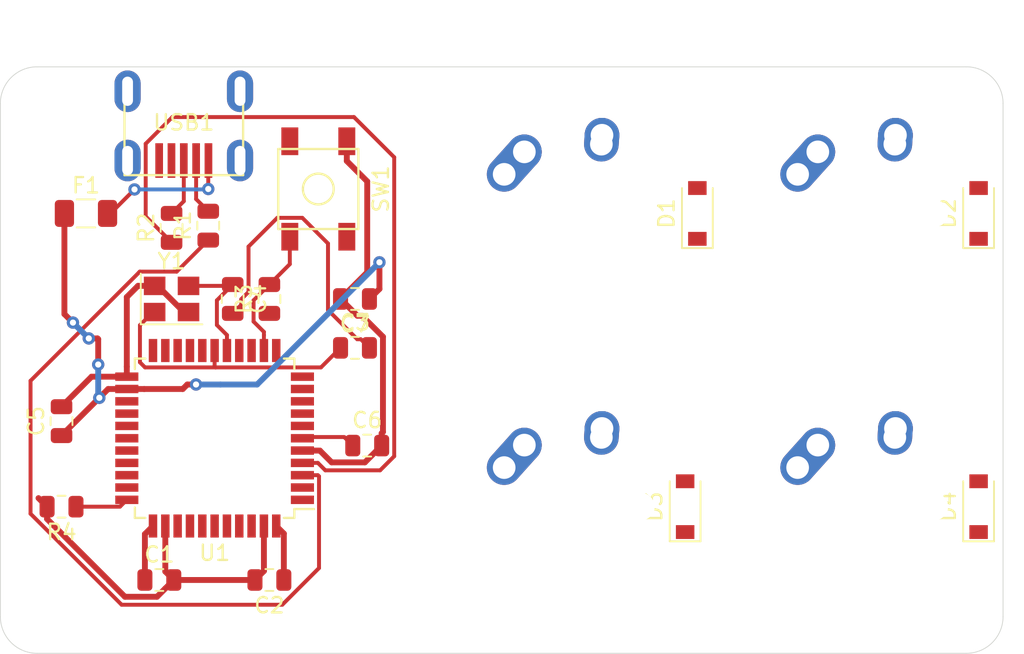
<source format=kicad_pcb>
(kicad_pcb (version 20171130) (host pcbnew "(5.1.4)-1")

  (general
    (thickness 1.6)
    (drawings 8)
    (tracks 139)
    (zones 0)
    (modules 24)
    (nets 51)
  )

  (page A4)
  (layers
    (0 F.Cu signal)
    (31 B.Cu signal)
    (32 B.Adhes user)
    (33 F.Adhes user)
    (34 B.Paste user)
    (35 F.Paste user)
    (36 B.SilkS user)
    (37 F.SilkS user)
    (38 B.Mask user)
    (39 F.Mask user)
    (40 Dwgs.User user)
    (41 Cmts.User user)
    (42 Eco1.User user)
    (43 Eco2.User user)
    (44 Edge.Cuts user)
    (45 Margin user)
    (46 B.CrtYd user)
    (47 F.CrtYd user)
    (48 B.Fab user)
    (49 F.Fab user)
  )

  (setup
    (last_trace_width 0.254)
    (trace_clearance 0.2)
    (zone_clearance 0.508)
    (zone_45_only no)
    (trace_min 0.2)
    (via_size 0.8)
    (via_drill 0.4)
    (via_min_size 0.4)
    (via_min_drill 0.3)
    (uvia_size 0.3)
    (uvia_drill 0.1)
    (uvias_allowed no)
    (uvia_min_size 0.2)
    (uvia_min_drill 0.1)
    (edge_width 0.05)
    (segment_width 0.2)
    (pcb_text_width 0.3)
    (pcb_text_size 1.5 1.5)
    (mod_edge_width 0.12)
    (mod_text_size 1 1)
    (mod_text_width 0.15)
    (pad_size 1.524 1.524)
    (pad_drill 0.762)
    (pad_to_mask_clearance 0.051)
    (solder_mask_min_width 0.25)
    (aux_axis_origin 0 0)
    (visible_elements FFFFFF7F)
    (pcbplotparams
      (layerselection 0x010fc_ffffffff)
      (usegerberextensions false)
      (usegerberattributes false)
      (usegerberadvancedattributes false)
      (creategerberjobfile false)
      (excludeedgelayer true)
      (linewidth 0.100000)
      (plotframeref false)
      (viasonmask false)
      (mode 1)
      (useauxorigin false)
      (hpglpennumber 1)
      (hpglpenspeed 20)
      (hpglpendiameter 15.000000)
      (psnegative false)
      (psa4output false)
      (plotreference true)
      (plotvalue true)
      (plotinvisibletext false)
      (padsonsilk false)
      (subtractmaskfromsilk false)
      (outputformat 1)
      (mirror false)
      (drillshape 1)
      (scaleselection 1)
      (outputdirectory ""))
  )

  (net 0 "")
  (net 1 GND)
  (net 2 +5V)
  (net 3 "Net-(C3-Pad2)")
  (net 4 "Net-(C3-Pad1)")
  (net 5 "Net-(C4-Pad1)")
  (net 6 "Net-(C6-Pad1)")
  (net 7 "Net-(D1-Pad2)")
  (net 8 ROW0)
  (net 9 "Net-(D2-Pad2)")
  (net 10 ROW1)
  (net 11 "Net-(D3-Pad2)")
  (net 12 "Net-(D4-Pad2)")
  (net 13 VCC)
  (net 14 COL0)
  (net 15 COL1)
  (net 16 D-)
  (net 17 "Net-(R1-Pad1)")
  (net 18 D+)
  (net 19 "Net-(R2-Pad1)")
  (net 20 "Net-(R3-Pad2)")
  (net 21 "Net-(R3-Pad1)")
  (net 22 "Net-(R4-Pad1)")
  (net 23 "Net-(U1-Pad42)")
  (net 24 "Net-(U1-Pad41)")
  (net 25 "Net-(U1-Pad40)")
  (net 26 "Net-(U1-Pad39)")
  (net 27 "Net-(U1-Pad38)")
  (net 28 "Net-(U1-Pad37)")
  (net 29 "Net-(U1-Pad36)")
  (net 30 "Net-(U1-Pad32)")
  (net 31 "Net-(U1-Pad31)")
  (net 32 "Net-(U1-Pad30)")
  (net 33 "Net-(U1-Pad29)")
  (net 34 "Net-(U1-Pad28)")
  (net 35 "Net-(U1-Pad27)")
  (net 36 "Net-(U1-Pad26)")
  (net 37 "Net-(U1-Pad25)")
  (net 38 "Net-(U1-Pad22)")
  (net 39 "Net-(U1-Pad21)")
  (net 40 "Net-(U1-Pad20)")
  (net 41 "Net-(U1-Pad19)")
  (net 42 "Net-(U1-Pad18)")
  (net 43 "Net-(U1-Pad12)")
  (net 44 "Net-(U1-Pad11)")
  (net 45 "Net-(U1-Pad10)")
  (net 46 "Net-(U1-Pad9)")
  (net 47 "Net-(U1-Pad8)")
  (net 48 "Net-(U1-Pad1)")
  (net 49 "Net-(USB1-Pad6)")
  (net 50 "Net-(USB1-Pad2)")

  (net_class Default "This is the default net class."
    (clearance 0.2)
    (trace_width 0.254)
    (via_dia 0.8)
    (via_drill 0.4)
    (uvia_dia 0.3)
    (uvia_drill 0.1)
    (add_net COL0)
    (add_net COL1)
    (add_net D+)
    (add_net D-)
    (add_net "Net-(C3-Pad1)")
    (add_net "Net-(C3-Pad2)")
    (add_net "Net-(C4-Pad1)")
    (add_net "Net-(C6-Pad1)")
    (add_net "Net-(D1-Pad2)")
    (add_net "Net-(D2-Pad2)")
    (add_net "Net-(D3-Pad2)")
    (add_net "Net-(D4-Pad2)")
    (add_net "Net-(R1-Pad1)")
    (add_net "Net-(R2-Pad1)")
    (add_net "Net-(R3-Pad1)")
    (add_net "Net-(R3-Pad2)")
    (add_net "Net-(R4-Pad1)")
    (add_net "Net-(U1-Pad1)")
    (add_net "Net-(U1-Pad10)")
    (add_net "Net-(U1-Pad11)")
    (add_net "Net-(U1-Pad12)")
    (add_net "Net-(U1-Pad18)")
    (add_net "Net-(U1-Pad19)")
    (add_net "Net-(U1-Pad20)")
    (add_net "Net-(U1-Pad21)")
    (add_net "Net-(U1-Pad22)")
    (add_net "Net-(U1-Pad25)")
    (add_net "Net-(U1-Pad26)")
    (add_net "Net-(U1-Pad27)")
    (add_net "Net-(U1-Pad28)")
    (add_net "Net-(U1-Pad29)")
    (add_net "Net-(U1-Pad30)")
    (add_net "Net-(U1-Pad31)")
    (add_net "Net-(U1-Pad32)")
    (add_net "Net-(U1-Pad36)")
    (add_net "Net-(U1-Pad37)")
    (add_net "Net-(U1-Pad38)")
    (add_net "Net-(U1-Pad39)")
    (add_net "Net-(U1-Pad40)")
    (add_net "Net-(U1-Pad41)")
    (add_net "Net-(U1-Pad42)")
    (add_net "Net-(U1-Pad8)")
    (add_net "Net-(U1-Pad9)")
    (add_net "Net-(USB1-Pad2)")
    (add_net "Net-(USB1-Pad6)")
    (add_net ROW0)
    (add_net ROW1)
    (add_net VCC)
  )

  (net_class power ""
    (clearance 0.2)
    (trace_width 0.381)
    (via_dia 0.8)
    (via_drill 0.4)
    (uvia_dia 0.3)
    (uvia_drill 0.1)
    (add_net +5V)
    (add_net GND)
  )

  (module MX_Alps_Hybrid:MX-1U-NoLED (layer F.Cu) (tedit 5A9F5203) (tstamp 61911893)
    (at 61.9125 43.65625)
    (path /6196F746)
    (fp_text reference MX1 (at 0 3.175) (layer Dwgs.User)
      (effects (font (size 1 1) (thickness 0.15)))
    )
    (fp_text value MX-NoLED (at 0 -7.9375) (layer Dwgs.User)
      (effects (font (size 1 1) (thickness 0.15)))
    )
    (fp_line (start -9.525 9.525) (end -9.525 -9.525) (layer Dwgs.User) (width 0.15))
    (fp_line (start 9.525 9.525) (end -9.525 9.525) (layer Dwgs.User) (width 0.15))
    (fp_line (start 9.525 -9.525) (end 9.525 9.525) (layer Dwgs.User) (width 0.15))
    (fp_line (start -9.525 -9.525) (end 9.525 -9.525) (layer Dwgs.User) (width 0.15))
    (fp_line (start -7 -7) (end -7 -5) (layer Dwgs.User) (width 0.15))
    (fp_line (start -5 -7) (end -7 -7) (layer Dwgs.User) (width 0.15))
    (fp_line (start -7 7) (end -5 7) (layer Dwgs.User) (width 0.15))
    (fp_line (start -7 5) (end -7 7) (layer Dwgs.User) (width 0.15))
    (fp_line (start 7 7) (end 7 5) (layer Dwgs.User) (width 0.15))
    (fp_line (start 5 7) (end 7 7) (layer Dwgs.User) (width 0.15))
    (fp_line (start 7 -7) (end 7 -5) (layer Dwgs.User) (width 0.15))
    (fp_line (start 5 -7) (end 7 -7) (layer Dwgs.User) (width 0.15))
    (pad "" np_thru_hole circle (at 5.08 0 48.0996) (size 1.75 1.75) (drill 1.75) (layers *.Cu *.Mask))
    (pad "" np_thru_hole circle (at -5.08 0 48.0996) (size 1.75 1.75) (drill 1.75) (layers *.Cu *.Mask))
    (pad 1 thru_hole circle (at -2.5 -4) (size 2.25 2.25) (drill 1.47) (layers *.Cu B.Mask)
      (net 14 COL0))
    (pad "" np_thru_hole circle (at 0 0) (size 3.9878 3.9878) (drill 3.9878) (layers *.Cu *.Mask))
    (pad 1 thru_hole oval (at -3.81 -2.54 48.0996) (size 4.211556 2.25) (drill 1.47 (offset 0.980778 0)) (layers *.Cu B.Mask)
      (net 14 COL0))
    (pad 2 thru_hole circle (at 2.54 -5.08) (size 2.25 2.25) (drill 1.47) (layers *.Cu B.Mask)
      (net 7 "Net-(D1-Pad2)"))
    (pad 2 thru_hole oval (at 2.5 -4.5 86.0548) (size 2.831378 2.25) (drill 1.47 (offset 0.290689 0)) (layers *.Cu B.Mask)
      (net 7 "Net-(D1-Pad2)"))
  )

  (module Crystal:Crystal_SMD_3225-4Pin_3.2x2.5mm (layer F.Cu) (tedit 5A0FD1B2) (tstamp 619119B1)
    (at 36.5125 49.2125)
    (descr "SMD Crystal SERIES SMD3225/4 http://www.txccrystal.com/images/pdf/7m-accuracy.pdf, 3.2x2.5mm^2 package")
    (tags "SMD SMT crystal")
    (path /6192D071)
    (attr smd)
    (fp_text reference Y1 (at 0 -2.45) (layer F.SilkS)
      (effects (font (size 1 1) (thickness 0.15)))
    )
    (fp_text value 16MHz (at 0 2.45) (layer F.Fab)
      (effects (font (size 1 1) (thickness 0.15)))
    )
    (fp_line (start 2.1 -1.7) (end -2.1 -1.7) (layer F.CrtYd) (width 0.05))
    (fp_line (start 2.1 1.7) (end 2.1 -1.7) (layer F.CrtYd) (width 0.05))
    (fp_line (start -2.1 1.7) (end 2.1 1.7) (layer F.CrtYd) (width 0.05))
    (fp_line (start -2.1 -1.7) (end -2.1 1.7) (layer F.CrtYd) (width 0.05))
    (fp_line (start -2 1.65) (end 2 1.65) (layer F.SilkS) (width 0.12))
    (fp_line (start -2 -1.65) (end -2 1.65) (layer F.SilkS) (width 0.12))
    (fp_line (start -1.6 0.25) (end -0.6 1.25) (layer F.Fab) (width 0.1))
    (fp_line (start 1.6 -1.25) (end -1.6 -1.25) (layer F.Fab) (width 0.1))
    (fp_line (start 1.6 1.25) (end 1.6 -1.25) (layer F.Fab) (width 0.1))
    (fp_line (start -1.6 1.25) (end 1.6 1.25) (layer F.Fab) (width 0.1))
    (fp_line (start -1.6 -1.25) (end -1.6 1.25) (layer F.Fab) (width 0.1))
    (fp_text user %R (at 0 0) (layer F.Fab)
      (effects (font (size 0.7 0.7) (thickness 0.105)))
    )
    (pad 4 smd rect (at -1.1 -0.85) (size 1.4 1.2) (layers F.Cu F.Paste F.Mask)
      (net 1 GND))
    (pad 3 smd rect (at 1.1 -0.85) (size 1.4 1.2) (layers F.Cu F.Paste F.Mask)
      (net 5 "Net-(C4-Pad1)"))
    (pad 2 smd rect (at 1.1 0.85) (size 1.4 1.2) (layers F.Cu F.Paste F.Mask)
      (net 1 GND))
    (pad 1 smd rect (at -1.1 0.85) (size 1.4 1.2) (layers F.Cu F.Paste F.Mask)
      (net 4 "Net-(C3-Pad1)"))
    (model ${KISYS3DMOD}/Crystal.3dshapes/Crystal_SMD_3225-4Pin_3.2x2.5mm.wrl
      (at (xyz 0 0 0))
      (scale (xyz 1 1 1))
      (rotate (xyz 0 0 0))
    )
  )

  (module random-keyboard-parts:Molex-0548190589 (layer F.Cu) (tedit 5C494815) (tstamp 6191199D)
    (at 37.30625 35.71875 270)
    (path /6195A17F)
    (attr smd)
    (fp_text reference USB1 (at 2.032 0) (layer F.SilkS)
      (effects (font (size 1 1) (thickness 0.15)))
    )
    (fp_text value Molex-0548190589 (at -5.08 0) (layer Dwgs.User)
      (effects (font (size 1 1) (thickness 0.15)))
    )
    (fp_line (start -3.75 -3.85) (end -3.75 3.85) (layer Dwgs.User) (width 0.15))
    (fp_line (start -1.75 -4.572) (end -1.75 4.572) (layer Dwgs.User) (width 0.15))
    (fp_line (start -3.75 3.85) (end 0 3.85) (layer Dwgs.User) (width 0.15))
    (fp_line (start -3.75 -3.85) (end 0 -3.85) (layer Dwgs.User) (width 0.15))
    (fp_line (start 5.45 -3.85) (end 5.45 3.85) (layer F.SilkS) (width 0.15))
    (fp_line (start 0 3.85) (end 5.45 3.85) (layer F.SilkS) (width 0.15))
    (fp_line (start 0 -3.85) (end 5.45 -3.85) (layer F.SilkS) (width 0.15))
    (fp_line (start -3.75 -3.75) (end 5.5 -3.75) (layer F.CrtYd) (width 0.15))
    (fp_line (start 5.5 -3.75) (end 5.5 3.75) (layer F.CrtYd) (width 0.15))
    (fp_line (start 5.5 3.75) (end -3.75 3.75) (layer F.CrtYd) (width 0.15))
    (fp_line (start -3.75 3.75) (end -3.75 -3.75) (layer F.CrtYd) (width 0.15))
    (fp_line (start 5.5 -2) (end 3.25 -2) (layer F.CrtYd) (width 0.15))
    (fp_line (start 3.25 -2) (end 3.25 2) (layer F.CrtYd) (width 0.15))
    (fp_line (start 3.25 2) (end 5.5 2) (layer F.CrtYd) (width 0.15))
    (fp_line (start 5.5 1.25) (end 3.25 1.25) (layer F.CrtYd) (width 0.15))
    (fp_line (start 3.25 0.5) (end 5.5 0.5) (layer F.CrtYd) (width 0.15))
    (fp_line (start 5.5 -0.5) (end 3.25 -0.5) (layer F.CrtYd) (width 0.15))
    (fp_line (start 3.25 -1.25) (end 5.5 -1.25) (layer F.CrtYd) (width 0.15))
    (fp_text user %R (at 2 0) (layer F.CrtYd)
      (effects (font (size 1 1) (thickness 0.15)))
    )
    (pad 1 smd rect (at 4.5 1.6 270) (size 2.25 0.5) (layers F.Cu F.Paste F.Mask)
      (net 1 GND))
    (pad 2 smd rect (at 4.5 0.8 270) (size 2.25 0.5) (layers F.Cu F.Paste F.Mask)
      (net 50 "Net-(USB1-Pad2)"))
    (pad 3 smd rect (at 4.5 0 270) (size 2.25 0.5) (layers F.Cu F.Paste F.Mask)
      (net 18 D+))
    (pad 4 smd rect (at 4.5 -0.8 270) (size 2.25 0.5) (layers F.Cu F.Paste F.Mask)
      (net 16 D-))
    (pad 5 smd rect (at 4.5 -1.6 270) (size 2.25 0.5) (layers F.Cu F.Paste F.Mask)
      (net 13 VCC))
    (pad 6 thru_hole oval (at 4.5 -3.65 270) (size 2.7 1.7) (drill oval 1.9 0.7) (layers *.Cu *.Mask)
      (net 49 "Net-(USB1-Pad6)"))
    (pad 6 thru_hole oval (at 4.5 3.65 270) (size 2.7 1.7) (drill oval 1.9 0.7) (layers *.Cu *.Mask)
      (net 49 "Net-(USB1-Pad6)"))
    (pad 6 thru_hole oval (at 0 3.65 270) (size 2.7 1.7) (drill oval 1.9 0.7) (layers *.Cu *.Mask)
      (net 49 "Net-(USB1-Pad6)"))
    (pad 6 thru_hole oval (at 0 -3.65 270) (size 2.7 1.7) (drill oval 1.9 0.7) (layers *.Cu *.Mask)
      (net 49 "Net-(USB1-Pad6)"))
  )

  (module Package_QFP:TQFP-44_10x10mm_P0.8mm (layer F.Cu) (tedit 5A02F146) (tstamp 6191197D)
    (at 39.3065 58.26125 180)
    (descr "44-Lead Plastic Thin Quad Flatpack (PT) - 10x10x1.0 mm Body [TQFP] (see Microchip Packaging Specification 00000049BS.pdf)")
    (tags "QFP 0.8")
    (path /6190C3AA)
    (attr smd)
    (fp_text reference U1 (at 0 -7.45) (layer F.SilkS)
      (effects (font (size 1 1) (thickness 0.15)))
    )
    (fp_text value ATmega32U4-AU (at 0 7.45) (layer F.Fab)
      (effects (font (size 1 1) (thickness 0.15)))
    )
    (fp_line (start -5.175 -4.6) (end -6.45 -4.6) (layer F.SilkS) (width 0.15))
    (fp_line (start 5.175 -5.175) (end 4.5 -5.175) (layer F.SilkS) (width 0.15))
    (fp_line (start 5.175 5.175) (end 4.5 5.175) (layer F.SilkS) (width 0.15))
    (fp_line (start -5.175 5.175) (end -4.5 5.175) (layer F.SilkS) (width 0.15))
    (fp_line (start -5.175 -5.175) (end -4.5 -5.175) (layer F.SilkS) (width 0.15))
    (fp_line (start -5.175 5.175) (end -5.175 4.5) (layer F.SilkS) (width 0.15))
    (fp_line (start 5.175 5.175) (end 5.175 4.5) (layer F.SilkS) (width 0.15))
    (fp_line (start 5.175 -5.175) (end 5.175 -4.5) (layer F.SilkS) (width 0.15))
    (fp_line (start -5.175 -5.175) (end -5.175 -4.6) (layer F.SilkS) (width 0.15))
    (fp_line (start -6.7 6.7) (end 6.7 6.7) (layer F.CrtYd) (width 0.05))
    (fp_line (start -6.7 -6.7) (end 6.7 -6.7) (layer F.CrtYd) (width 0.05))
    (fp_line (start 6.7 -6.7) (end 6.7 6.7) (layer F.CrtYd) (width 0.05))
    (fp_line (start -6.7 -6.7) (end -6.7 6.7) (layer F.CrtYd) (width 0.05))
    (fp_line (start -5 -4) (end -4 -5) (layer F.Fab) (width 0.15))
    (fp_line (start -5 5) (end -5 -4) (layer F.Fab) (width 0.15))
    (fp_line (start 5 5) (end -5 5) (layer F.Fab) (width 0.15))
    (fp_line (start 5 -5) (end 5 5) (layer F.Fab) (width 0.15))
    (fp_line (start -4 -5) (end 5 -5) (layer F.Fab) (width 0.15))
    (fp_text user %R (at 0 0) (layer F.Fab)
      (effects (font (size 1 1) (thickness 0.15)))
    )
    (pad 44 smd rect (at -4 -5.7 270) (size 1.5 0.55) (layers F.Cu F.Paste F.Mask)
      (net 2 +5V))
    (pad 43 smd rect (at -3.2 -5.7 270) (size 1.5 0.55) (layers F.Cu F.Paste F.Mask)
      (net 1 GND))
    (pad 42 smd rect (at -2.4 -5.7 270) (size 1.5 0.55) (layers F.Cu F.Paste F.Mask)
      (net 23 "Net-(U1-Pad42)"))
    (pad 41 smd rect (at -1.6 -5.7 270) (size 1.5 0.55) (layers F.Cu F.Paste F.Mask)
      (net 24 "Net-(U1-Pad41)"))
    (pad 40 smd rect (at -0.8 -5.7 270) (size 1.5 0.55) (layers F.Cu F.Paste F.Mask)
      (net 25 "Net-(U1-Pad40)"))
    (pad 39 smd rect (at 0 -5.7 270) (size 1.5 0.55) (layers F.Cu F.Paste F.Mask)
      (net 26 "Net-(U1-Pad39)"))
    (pad 38 smd rect (at 0.8 -5.7 270) (size 1.5 0.55) (layers F.Cu F.Paste F.Mask)
      (net 27 "Net-(U1-Pad38)"))
    (pad 37 smd rect (at 1.6 -5.7 270) (size 1.5 0.55) (layers F.Cu F.Paste F.Mask)
      (net 28 "Net-(U1-Pad37)"))
    (pad 36 smd rect (at 2.4 -5.7 270) (size 1.5 0.55) (layers F.Cu F.Paste F.Mask)
      (net 29 "Net-(U1-Pad36)"))
    (pad 35 smd rect (at 3.2 -5.7 270) (size 1.5 0.55) (layers F.Cu F.Paste F.Mask)
      (net 1 GND))
    (pad 34 smd rect (at 4 -5.7 270) (size 1.5 0.55) (layers F.Cu F.Paste F.Mask)
      (net 2 +5V))
    (pad 33 smd rect (at 5.7 -4 180) (size 1.5 0.55) (layers F.Cu F.Paste F.Mask)
      (net 22 "Net-(R4-Pad1)"))
    (pad 32 smd rect (at 5.7 -3.2 180) (size 1.5 0.55) (layers F.Cu F.Paste F.Mask)
      (net 30 "Net-(U1-Pad32)"))
    (pad 31 smd rect (at 5.7 -2.4 180) (size 1.5 0.55) (layers F.Cu F.Paste F.Mask)
      (net 31 "Net-(U1-Pad31)"))
    (pad 30 smd rect (at 5.7 -1.6 180) (size 1.5 0.55) (layers F.Cu F.Paste F.Mask)
      (net 32 "Net-(U1-Pad30)"))
    (pad 29 smd rect (at 5.7 -0.8 180) (size 1.5 0.55) (layers F.Cu F.Paste F.Mask)
      (net 33 "Net-(U1-Pad29)"))
    (pad 28 smd rect (at 5.7 0 180) (size 1.5 0.55) (layers F.Cu F.Paste F.Mask)
      (net 34 "Net-(U1-Pad28)"))
    (pad 27 smd rect (at 5.7 0.8 180) (size 1.5 0.55) (layers F.Cu F.Paste F.Mask)
      (net 35 "Net-(U1-Pad27)"))
    (pad 26 smd rect (at 5.7 1.6 180) (size 1.5 0.55) (layers F.Cu F.Paste F.Mask)
      (net 36 "Net-(U1-Pad26)"))
    (pad 25 smd rect (at 5.7 2.4 180) (size 1.5 0.55) (layers F.Cu F.Paste F.Mask)
      (net 37 "Net-(U1-Pad25)"))
    (pad 24 smd rect (at 5.7 3.2 180) (size 1.5 0.55) (layers F.Cu F.Paste F.Mask)
      (net 2 +5V))
    (pad 23 smd rect (at 5.7 4 180) (size 1.5 0.55) (layers F.Cu F.Paste F.Mask)
      (net 1 GND))
    (pad 22 smd rect (at 4 5.7 270) (size 1.5 0.55) (layers F.Cu F.Paste F.Mask)
      (net 38 "Net-(U1-Pad22)"))
    (pad 21 smd rect (at 3.2 5.7 270) (size 1.5 0.55) (layers F.Cu F.Paste F.Mask)
      (net 39 "Net-(U1-Pad21)"))
    (pad 20 smd rect (at 2.4 5.7 270) (size 1.5 0.55) (layers F.Cu F.Paste F.Mask)
      (net 40 "Net-(U1-Pad20)"))
    (pad 19 smd rect (at 1.6 5.7 270) (size 1.5 0.55) (layers F.Cu F.Paste F.Mask)
      (net 41 "Net-(U1-Pad19)"))
    (pad 18 smd rect (at 0.8 5.7 270) (size 1.5 0.55) (layers F.Cu F.Paste F.Mask)
      (net 42 "Net-(U1-Pad18)"))
    (pad 17 smd rect (at 0 5.7 270) (size 1.5 0.55) (layers F.Cu F.Paste F.Mask)
      (net 4 "Net-(C3-Pad1)"))
    (pad 16 smd rect (at -0.8 5.7 270) (size 1.5 0.55) (layers F.Cu F.Paste F.Mask)
      (net 5 "Net-(C4-Pad1)"))
    (pad 15 smd rect (at -1.6 5.7 270) (size 1.5 0.55) (layers F.Cu F.Paste F.Mask)
      (net 1 GND))
    (pad 14 smd rect (at -2.4 5.7 270) (size 1.5 0.55) (layers F.Cu F.Paste F.Mask)
      (net 2 +5V))
    (pad 13 smd rect (at -3.2 5.7 270) (size 1.5 0.55) (layers F.Cu F.Paste F.Mask)
      (net 20 "Net-(R3-Pad2)"))
    (pad 12 smd rect (at -4 5.7 270) (size 1.5 0.55) (layers F.Cu F.Paste F.Mask)
      (net 43 "Net-(U1-Pad12)"))
    (pad 11 smd rect (at -5.7 4 180) (size 1.5 0.55) (layers F.Cu F.Paste F.Mask)
      (net 44 "Net-(U1-Pad11)"))
    (pad 10 smd rect (at -5.7 3.2 180) (size 1.5 0.55) (layers F.Cu F.Paste F.Mask)
      (net 45 "Net-(U1-Pad10)"))
    (pad 9 smd rect (at -5.7 2.4 180) (size 1.5 0.55) (layers F.Cu F.Paste F.Mask)
      (net 46 "Net-(U1-Pad9)"))
    (pad 8 smd rect (at -5.7 1.6 180) (size 1.5 0.55) (layers F.Cu F.Paste F.Mask)
      (net 47 "Net-(U1-Pad8)"))
    (pad 7 smd rect (at -5.7 0.8 180) (size 1.5 0.55) (layers F.Cu F.Paste F.Mask)
      (net 2 +5V))
    (pad 6 smd rect (at -5.7 0 180) (size 1.5 0.55) (layers F.Cu F.Paste F.Mask)
      (net 6 "Net-(C6-Pad1)"))
    (pad 5 smd rect (at -5.7 -0.8 180) (size 1.5 0.55) (layers F.Cu F.Paste F.Mask)
      (net 1 GND))
    (pad 4 smd rect (at -5.7 -1.6 180) (size 1.5 0.55) (layers F.Cu F.Paste F.Mask)
      (net 19 "Net-(R2-Pad1)"))
    (pad 3 smd rect (at -5.7 -2.4 180) (size 1.5 0.55) (layers F.Cu F.Paste F.Mask)
      (net 17 "Net-(R1-Pad1)"))
    (pad 2 smd rect (at -5.7 -3.2 180) (size 1.5 0.55) (layers F.Cu F.Paste F.Mask)
      (net 2 +5V))
    (pad 1 smd rect (at -5.7 -4 180) (size 1.5 0.55) (layers F.Cu F.Paste F.Mask)
      (net 48 "Net-(U1-Pad1)"))
    (model ${KISYS3DMOD}/Package_QFP.3dshapes/TQFP-44_10x10mm_P0.8mm.wrl
      (at (xyz 0 0 0))
      (scale (xyz 1 1 1))
      (rotate (xyz 0 0 0))
    )
  )

  (module random-keyboard-parts:SKQG-1155865 (layer F.Cu) (tedit 5E62B398) (tstamp 6191193A)
    (at 46.0375 42.06875 90)
    (path /6194971D)
    (attr smd)
    (fp_text reference SW1 (at 0 4.064 90) (layer F.SilkS)
      (effects (font (size 1 1) (thickness 0.15)))
    )
    (fp_text value SW_Push (at 0 -4.064 90) (layer F.Fab)
      (effects (font (size 1 1) (thickness 0.15)))
    )
    (fp_line (start -2.6 -2.6) (end 2.6 -2.6) (layer F.SilkS) (width 0.15))
    (fp_line (start 2.6 -2.6) (end 2.6 2.6) (layer F.SilkS) (width 0.15))
    (fp_line (start 2.6 2.6) (end -2.6 2.6) (layer F.SilkS) (width 0.15))
    (fp_line (start -2.6 2.6) (end -2.6 -2.6) (layer F.SilkS) (width 0.15))
    (fp_circle (center 0 0) (end 1 0) (layer F.SilkS) (width 0.15))
    (fp_line (start -4.2 -2.6) (end 4.2 -2.6) (layer F.Fab) (width 0.15))
    (fp_line (start 4.2 -2.6) (end 4.2 -1.2) (layer F.Fab) (width 0.15))
    (fp_line (start 4.2 -1.1) (end 2.6 -1.1) (layer F.Fab) (width 0.15))
    (fp_line (start 2.6 -1.1) (end 2.6 1.1) (layer F.Fab) (width 0.15))
    (fp_line (start 2.6 1.1) (end 4.2 1.1) (layer F.Fab) (width 0.15))
    (fp_line (start 4.2 1.1) (end 4.2 2.6) (layer F.Fab) (width 0.15))
    (fp_line (start 4.2 2.6) (end -4.2 2.6) (layer F.Fab) (width 0.15))
    (fp_line (start -4.2 2.6) (end -4.2 1.1) (layer F.Fab) (width 0.15))
    (fp_line (start -4.2 1.1) (end -2.6 1.1) (layer F.Fab) (width 0.15))
    (fp_line (start -2.6 1.1) (end -2.6 -1.1) (layer F.Fab) (width 0.15))
    (fp_line (start -2.6 -1.1) (end -4.2 -1.1) (layer F.Fab) (width 0.15))
    (fp_line (start -4.2 -1.1) (end -4.2 -2.6) (layer F.Fab) (width 0.15))
    (fp_circle (center 0 0) (end 1 0) (layer F.Fab) (width 0.15))
    (fp_line (start -2.6 -1.1) (end -1.1 -2.6) (layer F.Fab) (width 0.15))
    (fp_line (start 2.6 -1.1) (end 1.1 -2.6) (layer F.Fab) (width 0.15))
    (fp_line (start 2.6 1.1) (end 1.1 2.6) (layer F.Fab) (width 0.15))
    (fp_line (start -2.6 1.1) (end -1.1 2.6) (layer F.Fab) (width 0.15))
    (pad 4 smd rect (at -3.1 1.85 90) (size 1.8 1.1) (layers F.Cu F.Paste F.Mask))
    (pad 3 smd rect (at 3.1 -1.85 90) (size 1.8 1.1) (layers F.Cu F.Paste F.Mask))
    (pad 2 smd rect (at -3.1 -1.85 90) (size 1.8 1.1) (layers F.Cu F.Paste F.Mask)
      (net 20 "Net-(R3-Pad2)"))
    (pad 1 smd rect (at 3.1 1.85 90) (size 1.8 1.1) (layers F.Cu F.Paste F.Mask)
      (net 1 GND))
    (model ${KISYS3DMOD}/Button_Switch_SMD.3dshapes/SW_SPST_TL3342.step
      (at (xyz 0 0 0))
      (scale (xyz 1 1 1))
      (rotate (xyz 0 0 0))
    )
  )

  (module Resistor_SMD:R_0805_2012Metric (layer F.Cu) (tedit 5B36C52B) (tstamp 6191191C)
    (at 29.36875 62.70625 180)
    (descr "Resistor SMD 0805 (2012 Metric), square (rectangular) end terminal, IPC_7351 nominal, (Body size source: https://docs.google.com/spreadsheets/d/1BsfQQcO9C6DZCsRaXUlFlo91Tg2WpOkGARC1WS5S8t0/edit?usp=sharing), generated with kicad-footprint-generator")
    (tags resistor)
    (path /619120ED)
    (attr smd)
    (fp_text reference R4 (at 0 -1.65) (layer F.SilkS)
      (effects (font (size 1 1) (thickness 0.15)))
    )
    (fp_text value 10k (at 0 1.65) (layer F.Fab)
      (effects (font (size 1 1) (thickness 0.15)))
    )
    (fp_line (start -1 0.6) (end -1 -0.6) (layer F.Fab) (width 0.1))
    (fp_line (start -1 -0.6) (end 1 -0.6) (layer F.Fab) (width 0.1))
    (fp_line (start 1 -0.6) (end 1 0.6) (layer F.Fab) (width 0.1))
    (fp_line (start 1 0.6) (end -1 0.6) (layer F.Fab) (width 0.1))
    (fp_line (start -0.258578 -0.71) (end 0.258578 -0.71) (layer F.SilkS) (width 0.12))
    (fp_line (start -0.258578 0.71) (end 0.258578 0.71) (layer F.SilkS) (width 0.12))
    (fp_line (start -1.68 0.95) (end -1.68 -0.95) (layer F.CrtYd) (width 0.05))
    (fp_line (start -1.68 -0.95) (end 1.68 -0.95) (layer F.CrtYd) (width 0.05))
    (fp_line (start 1.68 -0.95) (end 1.68 0.95) (layer F.CrtYd) (width 0.05))
    (fp_line (start 1.68 0.95) (end -1.68 0.95) (layer F.CrtYd) (width 0.05))
    (fp_text user %R (at 0 0) (layer F.Fab)
      (effects (font (size 0.5 0.5) (thickness 0.08)))
    )
    (pad 1 smd roundrect (at -0.9375 0 180) (size 0.975 1.4) (layers F.Cu F.Paste F.Mask) (roundrect_rratio 0.25)
      (net 22 "Net-(R4-Pad1)"))
    (pad 2 smd roundrect (at 0.9375 0 180) (size 0.975 1.4) (layers F.Cu F.Paste F.Mask) (roundrect_rratio 0.25)
      (net 1 GND))
    (model ${KISYS3DMOD}/Resistor_SMD.3dshapes/R_0805_2012Metric.wrl
      (at (xyz 0 0 0))
      (scale (xyz 1 1 1))
      (rotate (xyz 0 0 0))
    )
  )

  (module Resistor_SMD:R_0805_2012Metric (layer F.Cu) (tedit 5B36C52B) (tstamp 6191190B)
    (at 42.8625 49.2125 90)
    (descr "Resistor SMD 0805 (2012 Metric), square (rectangular) end terminal, IPC_7351 nominal, (Body size source: https://docs.google.com/spreadsheets/d/1BsfQQcO9C6DZCsRaXUlFlo91Tg2WpOkGARC1WS5S8t0/edit?usp=sharing), generated with kicad-footprint-generator")
    (tags resistor)
    (path /6194CAB1)
    (attr smd)
    (fp_text reference R3 (at 0 -1.65 90) (layer F.SilkS)
      (effects (font (size 1 1) (thickness 0.15)))
    )
    (fp_text value 10k (at 0 1.65 90) (layer F.Fab)
      (effects (font (size 1 1) (thickness 0.15)))
    )
    (fp_line (start -1 0.6) (end -1 -0.6) (layer F.Fab) (width 0.1))
    (fp_line (start -1 -0.6) (end 1 -0.6) (layer F.Fab) (width 0.1))
    (fp_line (start 1 -0.6) (end 1 0.6) (layer F.Fab) (width 0.1))
    (fp_line (start 1 0.6) (end -1 0.6) (layer F.Fab) (width 0.1))
    (fp_line (start -0.258578 -0.71) (end 0.258578 -0.71) (layer F.SilkS) (width 0.12))
    (fp_line (start -0.258578 0.71) (end 0.258578 0.71) (layer F.SilkS) (width 0.12))
    (fp_line (start -1.68 0.95) (end -1.68 -0.95) (layer F.CrtYd) (width 0.05))
    (fp_line (start -1.68 -0.95) (end 1.68 -0.95) (layer F.CrtYd) (width 0.05))
    (fp_line (start 1.68 -0.95) (end 1.68 0.95) (layer F.CrtYd) (width 0.05))
    (fp_line (start 1.68 0.95) (end -1.68 0.95) (layer F.CrtYd) (width 0.05))
    (fp_text user %R (at 0 0 90) (layer F.Fab)
      (effects (font (size 0.5 0.5) (thickness 0.08)))
    )
    (pad 1 smd roundrect (at -0.9375 0 90) (size 0.975 1.4) (layers F.Cu F.Paste F.Mask) (roundrect_rratio 0.25)
      (net 21 "Net-(R3-Pad1)"))
    (pad 2 smd roundrect (at 0.9375 0 90) (size 0.975 1.4) (layers F.Cu F.Paste F.Mask) (roundrect_rratio 0.25)
      (net 20 "Net-(R3-Pad2)"))
    (model ${KISYS3DMOD}/Resistor_SMD.3dshapes/R_0805_2012Metric.wrl
      (at (xyz 0 0 0))
      (scale (xyz 1 1 1))
      (rotate (xyz 0 0 0))
    )
  )

  (module Resistor_SMD:R_0805_2012Metric (layer F.Cu) (tedit 5B36C52B) (tstamp 619118FA)
    (at 36.5125 44.59375 90)
    (descr "Resistor SMD 0805 (2012 Metric), square (rectangular) end terminal, IPC_7351 nominal, (Body size source: https://docs.google.com/spreadsheets/d/1BsfQQcO9C6DZCsRaXUlFlo91Tg2WpOkGARC1WS5S8t0/edit?usp=sharing), generated with kicad-footprint-generator")
    (tags resistor)
    (path /61916679)
    (attr smd)
    (fp_text reference R2 (at 0 -1.65 90) (layer F.SilkS)
      (effects (font (size 1 1) (thickness 0.15)))
    )
    (fp_text value 22 (at 0 1.65 90) (layer F.Fab)
      (effects (font (size 1 1) (thickness 0.15)))
    )
    (fp_text user %R (at 0 0 90) (layer F.Fab)
      (effects (font (size 0.5 0.5) (thickness 0.08)))
    )
    (fp_line (start 1.68 0.95) (end -1.68 0.95) (layer F.CrtYd) (width 0.05))
    (fp_line (start 1.68 -0.95) (end 1.68 0.95) (layer F.CrtYd) (width 0.05))
    (fp_line (start -1.68 -0.95) (end 1.68 -0.95) (layer F.CrtYd) (width 0.05))
    (fp_line (start -1.68 0.95) (end -1.68 -0.95) (layer F.CrtYd) (width 0.05))
    (fp_line (start -0.258578 0.71) (end 0.258578 0.71) (layer F.SilkS) (width 0.12))
    (fp_line (start -0.258578 -0.71) (end 0.258578 -0.71) (layer F.SilkS) (width 0.12))
    (fp_line (start 1 0.6) (end -1 0.6) (layer F.Fab) (width 0.1))
    (fp_line (start 1 -0.6) (end 1 0.6) (layer F.Fab) (width 0.1))
    (fp_line (start -1 -0.6) (end 1 -0.6) (layer F.Fab) (width 0.1))
    (fp_line (start -1 0.6) (end -1 -0.6) (layer F.Fab) (width 0.1))
    (pad 2 smd roundrect (at 0.9375 0 90) (size 0.975 1.4) (layers F.Cu F.Paste F.Mask) (roundrect_rratio 0.25)
      (net 18 D+))
    (pad 1 smd roundrect (at -0.9375 0 90) (size 0.975 1.4) (layers F.Cu F.Paste F.Mask) (roundrect_rratio 0.25)
      (net 19 "Net-(R2-Pad1)"))
    (model ${KISYS3DMOD}/Resistor_SMD.3dshapes/R_0805_2012Metric.wrl
      (at (xyz 0 0 0))
      (scale (xyz 1 1 1))
      (rotate (xyz 0 0 0))
    )
  )

  (module Resistor_SMD:R_0805_2012Metric (layer F.Cu) (tedit 5B36C52B) (tstamp 619118E9)
    (at 38.89375 44.45 90)
    (descr "Resistor SMD 0805 (2012 Metric), square (rectangular) end terminal, IPC_7351 nominal, (Body size source: https://docs.google.com/spreadsheets/d/1BsfQQcO9C6DZCsRaXUlFlo91Tg2WpOkGARC1WS5S8t0/edit?usp=sharing), generated with kicad-footprint-generator")
    (tags resistor)
    (path /61917C64)
    (attr smd)
    (fp_text reference R1 (at 0 -1.65 90) (layer F.SilkS)
      (effects (font (size 1 1) (thickness 0.15)))
    )
    (fp_text value 22 (at 0 1.65 90) (layer F.Fab)
      (effects (font (size 1 1) (thickness 0.15)))
    )
    (fp_text user %R (at 0 0 90) (layer F.Fab)
      (effects (font (size 0.5 0.5) (thickness 0.08)))
    )
    (fp_line (start 1.68 0.95) (end -1.68 0.95) (layer F.CrtYd) (width 0.05))
    (fp_line (start 1.68 -0.95) (end 1.68 0.95) (layer F.CrtYd) (width 0.05))
    (fp_line (start -1.68 -0.95) (end 1.68 -0.95) (layer F.CrtYd) (width 0.05))
    (fp_line (start -1.68 0.95) (end -1.68 -0.95) (layer F.CrtYd) (width 0.05))
    (fp_line (start -0.258578 0.71) (end 0.258578 0.71) (layer F.SilkS) (width 0.12))
    (fp_line (start -0.258578 -0.71) (end 0.258578 -0.71) (layer F.SilkS) (width 0.12))
    (fp_line (start 1 0.6) (end -1 0.6) (layer F.Fab) (width 0.1))
    (fp_line (start 1 -0.6) (end 1 0.6) (layer F.Fab) (width 0.1))
    (fp_line (start -1 -0.6) (end 1 -0.6) (layer F.Fab) (width 0.1))
    (fp_line (start -1 0.6) (end -1 -0.6) (layer F.Fab) (width 0.1))
    (pad 2 smd roundrect (at 0.9375 0 90) (size 0.975 1.4) (layers F.Cu F.Paste F.Mask) (roundrect_rratio 0.25)
      (net 16 D-))
    (pad 1 smd roundrect (at -0.9375 0 90) (size 0.975 1.4) (layers F.Cu F.Paste F.Mask) (roundrect_rratio 0.25)
      (net 17 "Net-(R1-Pad1)"))
    (model ${KISYS3DMOD}/Resistor_SMD.3dshapes/R_0805_2012Metric.wrl
      (at (xyz 0 0 0))
      (scale (xyz 1 1 1))
      (rotate (xyz 0 0 0))
    )
  )

  (module MX_Alps_Hybrid:MX-1U-NoLED (layer F.Cu) (tedit 5A9F5203) (tstamp 619118D8)
    (at 80.9625 62.70625)
    (path /61978240)
    (fp_text reference MX4 (at 0 3.175) (layer Dwgs.User)
      (effects (font (size 1 1) (thickness 0.15)))
    )
    (fp_text value MX-NoLED (at 0 -7.9375) (layer Dwgs.User)
      (effects (font (size 1 1) (thickness 0.15)))
    )
    (fp_line (start -9.525 9.525) (end -9.525 -9.525) (layer Dwgs.User) (width 0.15))
    (fp_line (start 9.525 9.525) (end -9.525 9.525) (layer Dwgs.User) (width 0.15))
    (fp_line (start 9.525 -9.525) (end 9.525 9.525) (layer Dwgs.User) (width 0.15))
    (fp_line (start -9.525 -9.525) (end 9.525 -9.525) (layer Dwgs.User) (width 0.15))
    (fp_line (start -7 -7) (end -7 -5) (layer Dwgs.User) (width 0.15))
    (fp_line (start -5 -7) (end -7 -7) (layer Dwgs.User) (width 0.15))
    (fp_line (start -7 7) (end -5 7) (layer Dwgs.User) (width 0.15))
    (fp_line (start -7 5) (end -7 7) (layer Dwgs.User) (width 0.15))
    (fp_line (start 7 7) (end 7 5) (layer Dwgs.User) (width 0.15))
    (fp_line (start 5 7) (end 7 7) (layer Dwgs.User) (width 0.15))
    (fp_line (start 7 -7) (end 7 -5) (layer Dwgs.User) (width 0.15))
    (fp_line (start 5 -7) (end 7 -7) (layer Dwgs.User) (width 0.15))
    (pad "" np_thru_hole circle (at 5.08 0 48.0996) (size 1.75 1.75) (drill 1.75) (layers *.Cu *.Mask))
    (pad "" np_thru_hole circle (at -5.08 0 48.0996) (size 1.75 1.75) (drill 1.75) (layers *.Cu *.Mask))
    (pad 1 thru_hole circle (at -2.5 -4) (size 2.25 2.25) (drill 1.47) (layers *.Cu B.Mask)
      (net 15 COL1))
    (pad "" np_thru_hole circle (at 0 0) (size 3.9878 3.9878) (drill 3.9878) (layers *.Cu *.Mask))
    (pad 1 thru_hole oval (at -3.81 -2.54 48.0996) (size 4.211556 2.25) (drill 1.47 (offset 0.980778 0)) (layers *.Cu B.Mask)
      (net 15 COL1))
    (pad 2 thru_hole circle (at 2.54 -5.08) (size 2.25 2.25) (drill 1.47) (layers *.Cu B.Mask)
      (net 12 "Net-(D4-Pad2)"))
    (pad 2 thru_hole oval (at 2.5 -4.5 86.0548) (size 2.831378 2.25) (drill 1.47 (offset 0.290689 0)) (layers *.Cu B.Mask)
      (net 12 "Net-(D4-Pad2)"))
  )

  (module MX_Alps_Hybrid:MX-1U-NoLED (layer F.Cu) (tedit 5A9F5203) (tstamp 619118C1)
    (at 61.9125 62.70625)
    (path /619749F1)
    (fp_text reference MX3 (at 0 3.175) (layer Dwgs.User)
      (effects (font (size 1 1) (thickness 0.15)))
    )
    (fp_text value MX-NoLED (at 0 -7.9375) (layer Dwgs.User)
      (effects (font (size 1 1) (thickness 0.15)))
    )
    (fp_line (start -9.525 9.525) (end -9.525 -9.525) (layer Dwgs.User) (width 0.15))
    (fp_line (start 9.525 9.525) (end -9.525 9.525) (layer Dwgs.User) (width 0.15))
    (fp_line (start 9.525 -9.525) (end 9.525 9.525) (layer Dwgs.User) (width 0.15))
    (fp_line (start -9.525 -9.525) (end 9.525 -9.525) (layer Dwgs.User) (width 0.15))
    (fp_line (start -7 -7) (end -7 -5) (layer Dwgs.User) (width 0.15))
    (fp_line (start -5 -7) (end -7 -7) (layer Dwgs.User) (width 0.15))
    (fp_line (start -7 7) (end -5 7) (layer Dwgs.User) (width 0.15))
    (fp_line (start -7 5) (end -7 7) (layer Dwgs.User) (width 0.15))
    (fp_line (start 7 7) (end 7 5) (layer Dwgs.User) (width 0.15))
    (fp_line (start 5 7) (end 7 7) (layer Dwgs.User) (width 0.15))
    (fp_line (start 7 -7) (end 7 -5) (layer Dwgs.User) (width 0.15))
    (fp_line (start 5 -7) (end 7 -7) (layer Dwgs.User) (width 0.15))
    (pad "" np_thru_hole circle (at 5.08 0 48.0996) (size 1.75 1.75) (drill 1.75) (layers *.Cu *.Mask))
    (pad "" np_thru_hole circle (at -5.08 0 48.0996) (size 1.75 1.75) (drill 1.75) (layers *.Cu *.Mask))
    (pad 1 thru_hole circle (at -2.5 -4) (size 2.25 2.25) (drill 1.47) (layers *.Cu B.Mask)
      (net 15 COL1))
    (pad "" np_thru_hole circle (at 0 0) (size 3.9878 3.9878) (drill 3.9878) (layers *.Cu *.Mask))
    (pad 1 thru_hole oval (at -3.81 -2.54 48.0996) (size 4.211556 2.25) (drill 1.47 (offset 0.980778 0)) (layers *.Cu B.Mask)
      (net 15 COL1))
    (pad 2 thru_hole circle (at 2.54 -5.08) (size 2.25 2.25) (drill 1.47) (layers *.Cu B.Mask)
      (net 11 "Net-(D3-Pad2)"))
    (pad 2 thru_hole oval (at 2.5 -4.5 86.0548) (size 2.831378 2.25) (drill 1.47 (offset 0.290689 0)) (layers *.Cu B.Mask)
      (net 11 "Net-(D3-Pad2)"))
  )

  (module MX_Alps_Hybrid:MX-1U-NoLED (layer F.Cu) (tedit 5A9F5203) (tstamp 619118AA)
    (at 80.9625 43.65625)
    (path /619764CE)
    (fp_text reference MX2 (at 0 3.175) (layer Dwgs.User)
      (effects (font (size 1 1) (thickness 0.15)))
    )
    (fp_text value MX-NoLED (at 0 -7.9375) (layer Dwgs.User)
      (effects (font (size 1 1) (thickness 0.15)))
    )
    (fp_line (start -9.525 9.525) (end -9.525 -9.525) (layer Dwgs.User) (width 0.15))
    (fp_line (start 9.525 9.525) (end -9.525 9.525) (layer Dwgs.User) (width 0.15))
    (fp_line (start 9.525 -9.525) (end 9.525 9.525) (layer Dwgs.User) (width 0.15))
    (fp_line (start -9.525 -9.525) (end 9.525 -9.525) (layer Dwgs.User) (width 0.15))
    (fp_line (start -7 -7) (end -7 -5) (layer Dwgs.User) (width 0.15))
    (fp_line (start -5 -7) (end -7 -7) (layer Dwgs.User) (width 0.15))
    (fp_line (start -7 7) (end -5 7) (layer Dwgs.User) (width 0.15))
    (fp_line (start -7 5) (end -7 7) (layer Dwgs.User) (width 0.15))
    (fp_line (start 7 7) (end 7 5) (layer Dwgs.User) (width 0.15))
    (fp_line (start 5 7) (end 7 7) (layer Dwgs.User) (width 0.15))
    (fp_line (start 7 -7) (end 7 -5) (layer Dwgs.User) (width 0.15))
    (fp_line (start 5 -7) (end 7 -7) (layer Dwgs.User) (width 0.15))
    (pad "" np_thru_hole circle (at 5.08 0 48.0996) (size 1.75 1.75) (drill 1.75) (layers *.Cu *.Mask))
    (pad "" np_thru_hole circle (at -5.08 0 48.0996) (size 1.75 1.75) (drill 1.75) (layers *.Cu *.Mask))
    (pad 1 thru_hole circle (at -2.5 -4) (size 2.25 2.25) (drill 1.47) (layers *.Cu B.Mask)
      (net 14 COL0))
    (pad "" np_thru_hole circle (at 0 0) (size 3.9878 3.9878) (drill 3.9878) (layers *.Cu *.Mask))
    (pad 1 thru_hole oval (at -3.81 -2.54 48.0996) (size 4.211556 2.25) (drill 1.47 (offset 0.980778 0)) (layers *.Cu B.Mask)
      (net 14 COL0))
    (pad 2 thru_hole circle (at 2.54 -5.08) (size 2.25 2.25) (drill 1.47) (layers *.Cu B.Mask)
      (net 9 "Net-(D2-Pad2)"))
    (pad 2 thru_hole oval (at 2.5 -4.5 86.0548) (size 2.831378 2.25) (drill 1.47 (offset 0.290689 0)) (layers *.Cu B.Mask)
      (net 9 "Net-(D2-Pad2)"))
  )

  (module Fuse:Fuse_1206_3216Metric (layer F.Cu) (tedit 5B301BBE) (tstamp 6191187C)
    (at 30.95625 43.65625)
    (descr "Fuse SMD 1206 (3216 Metric), square (rectangular) end terminal, IPC_7351 nominal, (Body size source: http://www.tortai-tech.com/upload/download/2011102023233369053.pdf), generated with kicad-footprint-generator")
    (tags resistor)
    (path /6195D125)
    (attr smd)
    (fp_text reference F1 (at 0 -1.82) (layer F.SilkS)
      (effects (font (size 1 1) (thickness 0.15)))
    )
    (fp_text value 500mA (at 0 1.82) (layer F.Fab)
      (effects (font (size 1 1) (thickness 0.15)))
    )
    (fp_text user %R (at 0 0) (layer F.Fab)
      (effects (font (size 0.8 0.8) (thickness 0.12)))
    )
    (fp_line (start 2.28 1.12) (end -2.28 1.12) (layer F.CrtYd) (width 0.05))
    (fp_line (start 2.28 -1.12) (end 2.28 1.12) (layer F.CrtYd) (width 0.05))
    (fp_line (start -2.28 -1.12) (end 2.28 -1.12) (layer F.CrtYd) (width 0.05))
    (fp_line (start -2.28 1.12) (end -2.28 -1.12) (layer F.CrtYd) (width 0.05))
    (fp_line (start -0.602064 0.91) (end 0.602064 0.91) (layer F.SilkS) (width 0.12))
    (fp_line (start -0.602064 -0.91) (end 0.602064 -0.91) (layer F.SilkS) (width 0.12))
    (fp_line (start 1.6 0.8) (end -1.6 0.8) (layer F.Fab) (width 0.1))
    (fp_line (start 1.6 -0.8) (end 1.6 0.8) (layer F.Fab) (width 0.1))
    (fp_line (start -1.6 -0.8) (end 1.6 -0.8) (layer F.Fab) (width 0.1))
    (fp_line (start -1.6 0.8) (end -1.6 -0.8) (layer F.Fab) (width 0.1))
    (pad 2 smd roundrect (at 1.4 0) (size 1.25 1.75) (layers F.Cu F.Paste F.Mask) (roundrect_rratio 0.2)
      (net 13 VCC))
    (pad 1 smd roundrect (at -1.4 0) (size 1.25 1.75) (layers F.Cu F.Paste F.Mask) (roundrect_rratio 0.2)
      (net 2 +5V))
    (model ${KISYS3DMOD}/Fuse.3dshapes/Fuse_1206_3216Metric.wrl
      (at (xyz 0 0 0))
      (scale (xyz 1 1 1))
      (rotate (xyz 0 0 0))
    )
  )

  (module Diode_SMD:D_SOD-123 (layer F.Cu) (tedit 58645DC7) (tstamp 6191186B)
    (at 88.9 62.70625 90)
    (descr SOD-123)
    (tags SOD-123)
    (path /61978246)
    (attr smd)
    (fp_text reference D4 (at 0 -2 90) (layer F.SilkS)
      (effects (font (size 1 1) (thickness 0.15)))
    )
    (fp_text value D_Small (at 0 2.1 90) (layer F.Fab)
      (effects (font (size 1 1) (thickness 0.15)))
    )
    (fp_line (start -2.25 -1) (end 1.65 -1) (layer F.SilkS) (width 0.12))
    (fp_line (start -2.25 1) (end 1.65 1) (layer F.SilkS) (width 0.12))
    (fp_line (start -2.35 -1.15) (end -2.35 1.15) (layer F.CrtYd) (width 0.05))
    (fp_line (start 2.35 1.15) (end -2.35 1.15) (layer F.CrtYd) (width 0.05))
    (fp_line (start 2.35 -1.15) (end 2.35 1.15) (layer F.CrtYd) (width 0.05))
    (fp_line (start -2.35 -1.15) (end 2.35 -1.15) (layer F.CrtYd) (width 0.05))
    (fp_line (start -1.4 -0.9) (end 1.4 -0.9) (layer F.Fab) (width 0.1))
    (fp_line (start 1.4 -0.9) (end 1.4 0.9) (layer F.Fab) (width 0.1))
    (fp_line (start 1.4 0.9) (end -1.4 0.9) (layer F.Fab) (width 0.1))
    (fp_line (start -1.4 0.9) (end -1.4 -0.9) (layer F.Fab) (width 0.1))
    (fp_line (start -0.75 0) (end -0.35 0) (layer F.Fab) (width 0.1))
    (fp_line (start -0.35 0) (end -0.35 -0.55) (layer F.Fab) (width 0.1))
    (fp_line (start -0.35 0) (end -0.35 0.55) (layer F.Fab) (width 0.1))
    (fp_line (start -0.35 0) (end 0.25 -0.4) (layer F.Fab) (width 0.1))
    (fp_line (start 0.25 -0.4) (end 0.25 0.4) (layer F.Fab) (width 0.1))
    (fp_line (start 0.25 0.4) (end -0.35 0) (layer F.Fab) (width 0.1))
    (fp_line (start 0.25 0) (end 0.75 0) (layer F.Fab) (width 0.1))
    (fp_line (start -2.25 -1) (end -2.25 1) (layer F.SilkS) (width 0.12))
    (fp_text user %R (at 0 -2 90) (layer F.Fab)
      (effects (font (size 1 1) (thickness 0.15)))
    )
    (pad 2 smd rect (at 1.65 0 90) (size 0.9 1.2) (layers F.Cu F.Paste F.Mask)
      (net 12 "Net-(D4-Pad2)"))
    (pad 1 smd rect (at -1.65 0 90) (size 0.9 1.2) (layers F.Cu F.Paste F.Mask)
      (net 10 ROW1))
    (model ${KISYS3DMOD}/Diode_SMD.3dshapes/D_SOD-123.wrl
      (at (xyz 0 0 0))
      (scale (xyz 1 1 1))
      (rotate (xyz 0 0 0))
    )
  )

  (module Diode_SMD:D_SOD-123 (layer F.Cu) (tedit 58645DC7) (tstamp 61911852)
    (at 69.85 62.70625 90)
    (descr SOD-123)
    (tags SOD-123)
    (path /619749F7)
    (attr smd)
    (fp_text reference D3 (at 0 -2 90) (layer F.SilkS)
      (effects (font (size 1 1) (thickness 0.15)))
    )
    (fp_text value D_Small (at 0 2.1 90) (layer F.Fab)
      (effects (font (size 1 1) (thickness 0.15)))
    )
    (fp_line (start -2.25 -1) (end 1.65 -1) (layer F.SilkS) (width 0.12))
    (fp_line (start -2.25 1) (end 1.65 1) (layer F.SilkS) (width 0.12))
    (fp_line (start -2.35 -1.15) (end -2.35 1.15) (layer F.CrtYd) (width 0.05))
    (fp_line (start 2.35 1.15) (end -2.35 1.15) (layer F.CrtYd) (width 0.05))
    (fp_line (start 2.35 -1.15) (end 2.35 1.15) (layer F.CrtYd) (width 0.05))
    (fp_line (start -2.35 -1.15) (end 2.35 -1.15) (layer F.CrtYd) (width 0.05))
    (fp_line (start -1.4 -0.9) (end 1.4 -0.9) (layer F.Fab) (width 0.1))
    (fp_line (start 1.4 -0.9) (end 1.4 0.9) (layer F.Fab) (width 0.1))
    (fp_line (start 1.4 0.9) (end -1.4 0.9) (layer F.Fab) (width 0.1))
    (fp_line (start -1.4 0.9) (end -1.4 -0.9) (layer F.Fab) (width 0.1))
    (fp_line (start -0.75 0) (end -0.35 0) (layer F.Fab) (width 0.1))
    (fp_line (start -0.35 0) (end -0.35 -0.55) (layer F.Fab) (width 0.1))
    (fp_line (start -0.35 0) (end -0.35 0.55) (layer F.Fab) (width 0.1))
    (fp_line (start -0.35 0) (end 0.25 -0.4) (layer F.Fab) (width 0.1))
    (fp_line (start 0.25 -0.4) (end 0.25 0.4) (layer F.Fab) (width 0.1))
    (fp_line (start 0.25 0.4) (end -0.35 0) (layer F.Fab) (width 0.1))
    (fp_line (start 0.25 0) (end 0.75 0) (layer F.Fab) (width 0.1))
    (fp_line (start -2.25 -1) (end -2.25 1) (layer F.SilkS) (width 0.12))
    (fp_text user %R (at 0 -2 90) (layer F.Fab)
      (effects (font (size 1 1) (thickness 0.15)))
    )
    (pad 2 smd rect (at 1.65 0 90) (size 0.9 1.2) (layers F.Cu F.Paste F.Mask)
      (net 11 "Net-(D3-Pad2)"))
    (pad 1 smd rect (at -1.65 0 90) (size 0.9 1.2) (layers F.Cu F.Paste F.Mask)
      (net 8 ROW0))
    (model ${KISYS3DMOD}/Diode_SMD.3dshapes/D_SOD-123.wrl
      (at (xyz 0 0 0))
      (scale (xyz 1 1 1))
      (rotate (xyz 0 0 0))
    )
  )

  (module Diode_SMD:D_SOD-123 (layer F.Cu) (tedit 58645DC7) (tstamp 61911839)
    (at 88.9 43.65625 90)
    (descr SOD-123)
    (tags SOD-123)
    (path /619764D4)
    (attr smd)
    (fp_text reference D2 (at 0 -2 90) (layer F.SilkS)
      (effects (font (size 1 1) (thickness 0.15)))
    )
    (fp_text value D_Small (at 0 2.1 90) (layer F.Fab)
      (effects (font (size 1 1) (thickness 0.15)))
    )
    (fp_line (start -2.25 -1) (end 1.65 -1) (layer F.SilkS) (width 0.12))
    (fp_line (start -2.25 1) (end 1.65 1) (layer F.SilkS) (width 0.12))
    (fp_line (start -2.35 -1.15) (end -2.35 1.15) (layer F.CrtYd) (width 0.05))
    (fp_line (start 2.35 1.15) (end -2.35 1.15) (layer F.CrtYd) (width 0.05))
    (fp_line (start 2.35 -1.15) (end 2.35 1.15) (layer F.CrtYd) (width 0.05))
    (fp_line (start -2.35 -1.15) (end 2.35 -1.15) (layer F.CrtYd) (width 0.05))
    (fp_line (start -1.4 -0.9) (end 1.4 -0.9) (layer F.Fab) (width 0.1))
    (fp_line (start 1.4 -0.9) (end 1.4 0.9) (layer F.Fab) (width 0.1))
    (fp_line (start 1.4 0.9) (end -1.4 0.9) (layer F.Fab) (width 0.1))
    (fp_line (start -1.4 0.9) (end -1.4 -0.9) (layer F.Fab) (width 0.1))
    (fp_line (start -0.75 0) (end -0.35 0) (layer F.Fab) (width 0.1))
    (fp_line (start -0.35 0) (end -0.35 -0.55) (layer F.Fab) (width 0.1))
    (fp_line (start -0.35 0) (end -0.35 0.55) (layer F.Fab) (width 0.1))
    (fp_line (start -0.35 0) (end 0.25 -0.4) (layer F.Fab) (width 0.1))
    (fp_line (start 0.25 -0.4) (end 0.25 0.4) (layer F.Fab) (width 0.1))
    (fp_line (start 0.25 0.4) (end -0.35 0) (layer F.Fab) (width 0.1))
    (fp_line (start 0.25 0) (end 0.75 0) (layer F.Fab) (width 0.1))
    (fp_line (start -2.25 -1) (end -2.25 1) (layer F.SilkS) (width 0.12))
    (fp_text user %R (at 0 -2 90) (layer F.Fab)
      (effects (font (size 1 1) (thickness 0.15)))
    )
    (pad 2 smd rect (at 1.65 0 90) (size 0.9 1.2) (layers F.Cu F.Paste F.Mask)
      (net 9 "Net-(D2-Pad2)"))
    (pad 1 smd rect (at -1.65 0 90) (size 0.9 1.2) (layers F.Cu F.Paste F.Mask)
      (net 10 ROW1))
    (model ${KISYS3DMOD}/Diode_SMD.3dshapes/D_SOD-123.wrl
      (at (xyz 0 0 0))
      (scale (xyz 1 1 1))
      (rotate (xyz 0 0 0))
    )
  )

  (module Diode_SMD:D_SOD-123 (layer F.Cu) (tedit 58645DC7) (tstamp 61911820)
    (at 70.64375 43.65625 90)
    (descr SOD-123)
    (tags SOD-123)
    (path /61971613)
    (attr smd)
    (fp_text reference D1 (at 0 -2 90) (layer F.SilkS)
      (effects (font (size 1 1) (thickness 0.15)))
    )
    (fp_text value D_Small (at 0 2.1 90) (layer F.Fab)
      (effects (font (size 1 1) (thickness 0.15)))
    )
    (fp_line (start -2.25 -1) (end 1.65 -1) (layer F.SilkS) (width 0.12))
    (fp_line (start -2.25 1) (end 1.65 1) (layer F.SilkS) (width 0.12))
    (fp_line (start -2.35 -1.15) (end -2.35 1.15) (layer F.CrtYd) (width 0.05))
    (fp_line (start 2.35 1.15) (end -2.35 1.15) (layer F.CrtYd) (width 0.05))
    (fp_line (start 2.35 -1.15) (end 2.35 1.15) (layer F.CrtYd) (width 0.05))
    (fp_line (start -2.35 -1.15) (end 2.35 -1.15) (layer F.CrtYd) (width 0.05))
    (fp_line (start -1.4 -0.9) (end 1.4 -0.9) (layer F.Fab) (width 0.1))
    (fp_line (start 1.4 -0.9) (end 1.4 0.9) (layer F.Fab) (width 0.1))
    (fp_line (start 1.4 0.9) (end -1.4 0.9) (layer F.Fab) (width 0.1))
    (fp_line (start -1.4 0.9) (end -1.4 -0.9) (layer F.Fab) (width 0.1))
    (fp_line (start -0.75 0) (end -0.35 0) (layer F.Fab) (width 0.1))
    (fp_line (start -0.35 0) (end -0.35 -0.55) (layer F.Fab) (width 0.1))
    (fp_line (start -0.35 0) (end -0.35 0.55) (layer F.Fab) (width 0.1))
    (fp_line (start -0.35 0) (end 0.25 -0.4) (layer F.Fab) (width 0.1))
    (fp_line (start 0.25 -0.4) (end 0.25 0.4) (layer F.Fab) (width 0.1))
    (fp_line (start 0.25 0.4) (end -0.35 0) (layer F.Fab) (width 0.1))
    (fp_line (start 0.25 0) (end 0.75 0) (layer F.Fab) (width 0.1))
    (fp_line (start -2.25 -1) (end -2.25 1) (layer F.SilkS) (width 0.12))
    (fp_text user %R (at 0 -2 90) (layer F.Fab)
      (effects (font (size 1 1) (thickness 0.15)))
    )
    (pad 2 smd rect (at 1.65 0 90) (size 0.9 1.2) (layers F.Cu F.Paste F.Mask)
      (net 7 "Net-(D1-Pad2)"))
    (pad 1 smd rect (at -1.65 0 90) (size 0.9 1.2) (layers F.Cu F.Paste F.Mask)
      (net 8 ROW0))
    (model ${KISYS3DMOD}/Diode_SMD.3dshapes/D_SOD-123.wrl
      (at (xyz 0 0 0))
      (scale (xyz 1 1 1))
      (rotate (xyz 0 0 0))
    )
  )

  (module Capacitor_SMD:C_0805_2012Metric (layer F.Cu) (tedit 5B36C52B) (tstamp 61911807)
    (at 48.41875 49.2125 180)
    (descr "Capacitor SMD 0805 (2012 Metric), square (rectangular) end terminal, IPC_7351 nominal, (Body size source: https://docs.google.com/spreadsheets/d/1BsfQQcO9C6DZCsRaXUlFlo91Tg2WpOkGARC1WS5S8t0/edit?usp=sharing), generated with kicad-footprint-generator")
    (tags capacitor)
    (path /61923530)
    (attr smd)
    (fp_text reference C7 (at 0 -1.65) (layer F.SilkS)
      (effects (font (size 1 1) (thickness 0.15)))
    )
    (fp_text value 0.1uF (at 0 1.65) (layer F.Fab)
      (effects (font (size 1 1) (thickness 0.15)))
    )
    (fp_text user %R (at 0 0) (layer F.Fab)
      (effects (font (size 0.5 0.5) (thickness 0.08)))
    )
    (fp_line (start 1.68 0.95) (end -1.68 0.95) (layer F.CrtYd) (width 0.05))
    (fp_line (start 1.68 -0.95) (end 1.68 0.95) (layer F.CrtYd) (width 0.05))
    (fp_line (start -1.68 -0.95) (end 1.68 -0.95) (layer F.CrtYd) (width 0.05))
    (fp_line (start -1.68 0.95) (end -1.68 -0.95) (layer F.CrtYd) (width 0.05))
    (fp_line (start -0.258578 0.71) (end 0.258578 0.71) (layer F.SilkS) (width 0.12))
    (fp_line (start -0.258578 -0.71) (end 0.258578 -0.71) (layer F.SilkS) (width 0.12))
    (fp_line (start 1 0.6) (end -1 0.6) (layer F.Fab) (width 0.1))
    (fp_line (start 1 -0.6) (end 1 0.6) (layer F.Fab) (width 0.1))
    (fp_line (start -1 -0.6) (end 1 -0.6) (layer F.Fab) (width 0.1))
    (fp_line (start -1 0.6) (end -1 -0.6) (layer F.Fab) (width 0.1))
    (pad 2 smd roundrect (at 0.9375 0 180) (size 0.975 1.4) (layers F.Cu F.Paste F.Mask) (roundrect_rratio 0.25)
      (net 1 GND))
    (pad 1 smd roundrect (at -0.9375 0 180) (size 0.975 1.4) (layers F.Cu F.Paste F.Mask) (roundrect_rratio 0.25)
      (net 2 +5V))
    (model ${KISYS3DMOD}/Capacitor_SMD.3dshapes/C_0805_2012Metric.wrl
      (at (xyz 0 0 0))
      (scale (xyz 1 1 1))
      (rotate (xyz 0 0 0))
    )
  )

  (module Capacitor_SMD:C_0805_2012Metric (layer F.Cu) (tedit 5B36C52B) (tstamp 619117F6)
    (at 49.2125 58.7375)
    (descr "Capacitor SMD 0805 (2012 Metric), square (rectangular) end terminal, IPC_7351 nominal, (Body size source: https://docs.google.com/spreadsheets/d/1BsfQQcO9C6DZCsRaXUlFlo91Tg2WpOkGARC1WS5S8t0/edit?usp=sharing), generated with kicad-footprint-generator")
    (tags capacitor)
    (path /6191B2EA)
    (attr smd)
    (fp_text reference C6 (at 0 -1.65) (layer F.SilkS)
      (effects (font (size 1 1) (thickness 0.15)))
    )
    (fp_text value 0.1uF (at 0 1.65) (layer F.Fab)
      (effects (font (size 1 1) (thickness 0.15)))
    )
    (fp_text user %R (at 0 0) (layer F.Fab)
      (effects (font (size 0.5 0.5) (thickness 0.08)))
    )
    (fp_line (start 1.68 0.95) (end -1.68 0.95) (layer F.CrtYd) (width 0.05))
    (fp_line (start 1.68 -0.95) (end 1.68 0.95) (layer F.CrtYd) (width 0.05))
    (fp_line (start -1.68 -0.95) (end 1.68 -0.95) (layer F.CrtYd) (width 0.05))
    (fp_line (start -1.68 0.95) (end -1.68 -0.95) (layer F.CrtYd) (width 0.05))
    (fp_line (start -0.258578 0.71) (end 0.258578 0.71) (layer F.SilkS) (width 0.12))
    (fp_line (start -0.258578 -0.71) (end 0.258578 -0.71) (layer F.SilkS) (width 0.12))
    (fp_line (start 1 0.6) (end -1 0.6) (layer F.Fab) (width 0.1))
    (fp_line (start 1 -0.6) (end 1 0.6) (layer F.Fab) (width 0.1))
    (fp_line (start -1 -0.6) (end 1 -0.6) (layer F.Fab) (width 0.1))
    (fp_line (start -1 0.6) (end -1 -0.6) (layer F.Fab) (width 0.1))
    (pad 2 smd roundrect (at 0.9375 0) (size 0.975 1.4) (layers F.Cu F.Paste F.Mask) (roundrect_rratio 0.25)
      (net 1 GND))
    (pad 1 smd roundrect (at -0.9375 0) (size 0.975 1.4) (layers F.Cu F.Paste F.Mask) (roundrect_rratio 0.25)
      (net 6 "Net-(C6-Pad1)"))
    (model ${KISYS3DMOD}/Capacitor_SMD.3dshapes/C_0805_2012Metric.wrl
      (at (xyz 0 0 0))
      (scale (xyz 1 1 1))
      (rotate (xyz 0 0 0))
    )
  )

  (module Capacitor_SMD:C_0805_2012Metric (layer F.Cu) (tedit 5B36C52B) (tstamp 619117E5)
    (at 29.36875 57.15 90)
    (descr "Capacitor SMD 0805 (2012 Metric), square (rectangular) end terminal, IPC_7351 nominal, (Body size source: https://docs.google.com/spreadsheets/d/1BsfQQcO9C6DZCsRaXUlFlo91Tg2WpOkGARC1WS5S8t0/edit?usp=sharing), generated with kicad-footprint-generator")
    (tags capacitor)
    (path /61921D82)
    (attr smd)
    (fp_text reference C5 (at 0 -1.65 90) (layer F.SilkS)
      (effects (font (size 1 1) (thickness 0.15)))
    )
    (fp_text value 0.1uF (at 0 1.65 90) (layer F.Fab)
      (effects (font (size 1 1) (thickness 0.15)))
    )
    (fp_text user %R (at 0 0 90) (layer F.Fab)
      (effects (font (size 0.5 0.5) (thickness 0.08)))
    )
    (fp_line (start 1.68 0.95) (end -1.68 0.95) (layer F.CrtYd) (width 0.05))
    (fp_line (start 1.68 -0.95) (end 1.68 0.95) (layer F.CrtYd) (width 0.05))
    (fp_line (start -1.68 -0.95) (end 1.68 -0.95) (layer F.CrtYd) (width 0.05))
    (fp_line (start -1.68 0.95) (end -1.68 -0.95) (layer F.CrtYd) (width 0.05))
    (fp_line (start -0.258578 0.71) (end 0.258578 0.71) (layer F.SilkS) (width 0.12))
    (fp_line (start -0.258578 -0.71) (end 0.258578 -0.71) (layer F.SilkS) (width 0.12))
    (fp_line (start 1 0.6) (end -1 0.6) (layer F.Fab) (width 0.1))
    (fp_line (start 1 -0.6) (end 1 0.6) (layer F.Fab) (width 0.1))
    (fp_line (start -1 -0.6) (end 1 -0.6) (layer F.Fab) (width 0.1))
    (fp_line (start -1 0.6) (end -1 -0.6) (layer F.Fab) (width 0.1))
    (pad 2 smd roundrect (at 0.9375 0 90) (size 0.975 1.4) (layers F.Cu F.Paste F.Mask) (roundrect_rratio 0.25)
      (net 1 GND))
    (pad 1 smd roundrect (at -0.9375 0 90) (size 0.975 1.4) (layers F.Cu F.Paste F.Mask) (roundrect_rratio 0.25)
      (net 2 +5V))
    (model ${KISYS3DMOD}/Capacitor_SMD.3dshapes/C_0805_2012Metric.wrl
      (at (xyz 0 0 0))
      (scale (xyz 1 1 1))
      (rotate (xyz 0 0 0))
    )
  )

  (module Capacitor_SMD:C_0805_2012Metric (layer F.Cu) (tedit 5B36C52B) (tstamp 619117D4)
    (at 40.48125 49.2125 270)
    (descr "Capacitor SMD 0805 (2012 Metric), square (rectangular) end terminal, IPC_7351 nominal, (Body size source: https://docs.google.com/spreadsheets/d/1BsfQQcO9C6DZCsRaXUlFlo91Tg2WpOkGARC1WS5S8t0/edit?usp=sharing), generated with kicad-footprint-generator")
    (tags capacitor)
    (path /6194250A)
    (attr smd)
    (fp_text reference C4 (at 0 -1.65 90) (layer F.SilkS)
      (effects (font (size 1 1) (thickness 0.15)))
    )
    (fp_text value 22pF (at 0 1.65 90) (layer F.Fab)
      (effects (font (size 1 1) (thickness 0.15)))
    )
    (fp_text user %R (at 0 0 90) (layer F.Fab)
      (effects (font (size 0.5 0.5) (thickness 0.08)))
    )
    (fp_line (start 1.68 0.95) (end -1.68 0.95) (layer F.CrtYd) (width 0.05))
    (fp_line (start 1.68 -0.95) (end 1.68 0.95) (layer F.CrtYd) (width 0.05))
    (fp_line (start -1.68 -0.95) (end 1.68 -0.95) (layer F.CrtYd) (width 0.05))
    (fp_line (start -1.68 0.95) (end -1.68 -0.95) (layer F.CrtYd) (width 0.05))
    (fp_line (start -0.258578 0.71) (end 0.258578 0.71) (layer F.SilkS) (width 0.12))
    (fp_line (start -0.258578 -0.71) (end 0.258578 -0.71) (layer F.SilkS) (width 0.12))
    (fp_line (start 1 0.6) (end -1 0.6) (layer F.Fab) (width 0.1))
    (fp_line (start 1 -0.6) (end 1 0.6) (layer F.Fab) (width 0.1))
    (fp_line (start -1 -0.6) (end 1 -0.6) (layer F.Fab) (width 0.1))
    (fp_line (start -1 0.6) (end -1 -0.6) (layer F.Fab) (width 0.1))
    (pad 2 smd roundrect (at 0.9375 0 270) (size 0.975 1.4) (layers F.Cu F.Paste F.Mask) (roundrect_rratio 0.25)
      (net 3 "Net-(C3-Pad2)"))
    (pad 1 smd roundrect (at -0.9375 0 270) (size 0.975 1.4) (layers F.Cu F.Paste F.Mask) (roundrect_rratio 0.25)
      (net 5 "Net-(C4-Pad1)"))
    (model ${KISYS3DMOD}/Capacitor_SMD.3dshapes/C_0805_2012Metric.wrl
      (at (xyz 0 0 0))
      (scale (xyz 1 1 1))
      (rotate (xyz 0 0 0))
    )
  )

  (module Capacitor_SMD:C_0805_2012Metric (layer F.Cu) (tedit 5B36C52B) (tstamp 619117C3)
    (at 48.41875 52.3875)
    (descr "Capacitor SMD 0805 (2012 Metric), square (rectangular) end terminal, IPC_7351 nominal, (Body size source: https://docs.google.com/spreadsheets/d/1BsfQQcO9C6DZCsRaXUlFlo91Tg2WpOkGARC1WS5S8t0/edit?usp=sharing), generated with kicad-footprint-generator")
    (tags capacitor)
    (path /619388F0)
    (attr smd)
    (fp_text reference C3 (at 0 -1.65) (layer F.SilkS)
      (effects (font (size 1 1) (thickness 0.15)))
    )
    (fp_text value 22pF (at 0 1.65) (layer F.Fab)
      (effects (font (size 1 1) (thickness 0.15)))
    )
    (fp_text user %R (at 0 0) (layer F.Fab)
      (effects (font (size 0.5 0.5) (thickness 0.08)))
    )
    (fp_line (start 1.68 0.95) (end -1.68 0.95) (layer F.CrtYd) (width 0.05))
    (fp_line (start 1.68 -0.95) (end 1.68 0.95) (layer F.CrtYd) (width 0.05))
    (fp_line (start -1.68 -0.95) (end 1.68 -0.95) (layer F.CrtYd) (width 0.05))
    (fp_line (start -1.68 0.95) (end -1.68 -0.95) (layer F.CrtYd) (width 0.05))
    (fp_line (start -0.258578 0.71) (end 0.258578 0.71) (layer F.SilkS) (width 0.12))
    (fp_line (start -0.258578 -0.71) (end 0.258578 -0.71) (layer F.SilkS) (width 0.12))
    (fp_line (start 1 0.6) (end -1 0.6) (layer F.Fab) (width 0.1))
    (fp_line (start 1 -0.6) (end 1 0.6) (layer F.Fab) (width 0.1))
    (fp_line (start -1 -0.6) (end 1 -0.6) (layer F.Fab) (width 0.1))
    (fp_line (start -1 0.6) (end -1 -0.6) (layer F.Fab) (width 0.1))
    (pad 2 smd roundrect (at 0.9375 0) (size 0.975 1.4) (layers F.Cu F.Paste F.Mask) (roundrect_rratio 0.25)
      (net 3 "Net-(C3-Pad2)"))
    (pad 1 smd roundrect (at -0.9375 0) (size 0.975 1.4) (layers F.Cu F.Paste F.Mask) (roundrect_rratio 0.25)
      (net 4 "Net-(C3-Pad1)"))
    (model ${KISYS3DMOD}/Capacitor_SMD.3dshapes/C_0805_2012Metric.wrl
      (at (xyz 0 0 0))
      (scale (xyz 1 1 1))
      (rotate (xyz 0 0 0))
    )
  )

  (module Capacitor_SMD:C_0805_2012Metric (layer F.Cu) (tedit 5B36C52B) (tstamp 619117B2)
    (at 42.8625 67.46875 180)
    (descr "Capacitor SMD 0805 (2012 Metric), square (rectangular) end terminal, IPC_7351 nominal, (Body size source: https://docs.google.com/spreadsheets/d/1BsfQQcO9C6DZCsRaXUlFlo91Tg2WpOkGARC1WS5S8t0/edit?usp=sharing), generated with kicad-footprint-generator")
    (tags capacitor)
    (path /61920C58)
    (attr smd)
    (fp_text reference C2 (at 0 -1.65) (layer F.SilkS)
      (effects (font (size 1 1) (thickness 0.15)))
    )
    (fp_text value 0.1uF (at 0 1.65) (layer F.Fab)
      (effects (font (size 1 1) (thickness 0.15)))
    )
    (fp_text user %R (at 0 0) (layer F.Fab)
      (effects (font (size 0.5 0.5) (thickness 0.08)))
    )
    (fp_line (start 1.68 0.95) (end -1.68 0.95) (layer F.CrtYd) (width 0.05))
    (fp_line (start 1.68 -0.95) (end 1.68 0.95) (layer F.CrtYd) (width 0.05))
    (fp_line (start -1.68 -0.95) (end 1.68 -0.95) (layer F.CrtYd) (width 0.05))
    (fp_line (start -1.68 0.95) (end -1.68 -0.95) (layer F.CrtYd) (width 0.05))
    (fp_line (start -0.258578 0.71) (end 0.258578 0.71) (layer F.SilkS) (width 0.12))
    (fp_line (start -0.258578 -0.71) (end 0.258578 -0.71) (layer F.SilkS) (width 0.12))
    (fp_line (start 1 0.6) (end -1 0.6) (layer F.Fab) (width 0.1))
    (fp_line (start 1 -0.6) (end 1 0.6) (layer F.Fab) (width 0.1))
    (fp_line (start -1 -0.6) (end 1 -0.6) (layer F.Fab) (width 0.1))
    (fp_line (start -1 0.6) (end -1 -0.6) (layer F.Fab) (width 0.1))
    (pad 2 smd roundrect (at 0.9375 0 180) (size 0.975 1.4) (layers F.Cu F.Paste F.Mask) (roundrect_rratio 0.25)
      (net 1 GND))
    (pad 1 smd roundrect (at -0.9375 0 180) (size 0.975 1.4) (layers F.Cu F.Paste F.Mask) (roundrect_rratio 0.25)
      (net 2 +5V))
    (model ${KISYS3DMOD}/Capacitor_SMD.3dshapes/C_0805_2012Metric.wrl
      (at (xyz 0 0 0))
      (scale (xyz 1 1 1))
      (rotate (xyz 0 0 0))
    )
  )

  (module Capacitor_SMD:C_0805_2012Metric (layer F.Cu) (tedit 5B36C52B) (tstamp 619117A1)
    (at 35.71875 67.46875)
    (descr "Capacitor SMD 0805 (2012 Metric), square (rectangular) end terminal, IPC_7351 nominal, (Body size source: https://docs.google.com/spreadsheets/d/1BsfQQcO9C6DZCsRaXUlFlo91Tg2WpOkGARC1WS5S8t0/edit?usp=sharing), generated with kicad-footprint-generator")
    (tags capacitor)
    (path /61920014)
    (attr smd)
    (fp_text reference C1 (at 0 -1.65) (layer F.SilkS)
      (effects (font (size 1 1) (thickness 0.15)))
    )
    (fp_text value 0.1uF (at 0 1.65) (layer F.Fab)
      (effects (font (size 1 1) (thickness 0.15)))
    )
    (fp_text user %R (at 0 0) (layer F.Fab)
      (effects (font (size 0.5 0.5) (thickness 0.08)))
    )
    (fp_line (start 1.68 0.95) (end -1.68 0.95) (layer F.CrtYd) (width 0.05))
    (fp_line (start 1.68 -0.95) (end 1.68 0.95) (layer F.CrtYd) (width 0.05))
    (fp_line (start -1.68 -0.95) (end 1.68 -0.95) (layer F.CrtYd) (width 0.05))
    (fp_line (start -1.68 0.95) (end -1.68 -0.95) (layer F.CrtYd) (width 0.05))
    (fp_line (start -0.258578 0.71) (end 0.258578 0.71) (layer F.SilkS) (width 0.12))
    (fp_line (start -0.258578 -0.71) (end 0.258578 -0.71) (layer F.SilkS) (width 0.12))
    (fp_line (start 1 0.6) (end -1 0.6) (layer F.Fab) (width 0.1))
    (fp_line (start 1 -0.6) (end 1 0.6) (layer F.Fab) (width 0.1))
    (fp_line (start -1 -0.6) (end 1 -0.6) (layer F.Fab) (width 0.1))
    (fp_line (start -1 0.6) (end -1 -0.6) (layer F.Fab) (width 0.1))
    (pad 2 smd roundrect (at 0.9375 0) (size 0.975 1.4) (layers F.Cu F.Paste F.Mask) (roundrect_rratio 0.25)
      (net 1 GND))
    (pad 1 smd roundrect (at -0.9375 0) (size 0.975 1.4) (layers F.Cu F.Paste F.Mask) (roundrect_rratio 0.25)
      (net 2 +5V))
    (model ${KISYS3DMOD}/Capacitor_SMD.3dshapes/C_0805_2012Metric.wrl
      (at (xyz 0 0 0))
      (scale (xyz 1 1 1))
      (rotate (xyz 0 0 0))
    )
  )

  (gr_line (start 25.4 36.5125) (end 25.4 69.85) (layer Edge.Cuts) (width 0.05) (tstamp 61914863))
  (gr_line (start 88.10625 34.13125) (end 27.78125 34.13125) (layer Edge.Cuts) (width 0.05) (tstamp 61914862))
  (gr_line (start 88.10625 72.23125) (end 27.78125 72.23125) (layer Edge.Cuts) (width 0.05) (tstamp 61914861))
  (gr_line (start 90.4875 36.5125) (end 90.4875 69.85) (layer Edge.Cuts) (width 0.05) (tstamp 619146AB))
  (gr_arc (start 88.10625 69.85) (end 88.10625 72.23125) (angle -90) (layer Edge.Cuts) (width 0.05))
  (gr_arc (start 27.78125 69.85) (end 25.4 69.85) (angle -90) (layer Edge.Cuts) (width 0.05))
  (gr_arc (start 27.78125 36.5125) (end 27.78125 34.13125) (angle -90) (layer Edge.Cuts) (width 0.05))
  (gr_arc (start 88.10625 36.5125) (end 90.4875 36.5125) (angle -90) (layer Edge.Cuts) (width 0.05))

  (segment (start 47.8875 40.24975) (end 49.2125 41.57475) (width 0.381) (layer F.Cu) (net 1))
  (segment (start 47.8875 38.96875) (end 47.8875 40.24975) (width 0.381) (layer F.Cu) (net 1))
  (segment (start 49.2125 47.48125) (end 47.48125 49.2125) (width 0.381) (layer F.Cu) (net 1))
  (segment (start 49.2125 41.57475) (end 49.2125 47.48125) (width 0.381) (layer F.Cu) (net 1))
  (segment (start 37.309598 50.0625) (end 37.6125 50.0625) (width 0.381) (layer F.Cu) (net 1))
  (segment (start 35.609598 48.3625) (end 37.309598 50.0625) (width 0.381) (layer F.Cu) (net 1))
  (segment (start 35.4125 48.3625) (end 35.609598 48.3625) (width 0.381) (layer F.Cu) (net 1))
  (segment (start 50.15 57.9375) (end 50.15 58.7375) (width 0.381) (layer F.Cu) (net 1))
  (segment (start 50.23426 57.85324) (end 50.15 57.9375) (width 0.381) (layer F.Cu) (net 1))
  (segment (start 50.23426 51.66853) (end 50.23426 57.85324) (width 0.381) (layer F.Cu) (net 1))
  (segment (start 48.86874 50.30301) (end 50.23426 51.66853) (width 0.381) (layer F.Cu) (net 1))
  (segment (start 48.57176 50.30301) (end 48.86874 50.30301) (width 0.381) (layer F.Cu) (net 1))
  (segment (start 47.48125 49.2125) (end 48.57176 50.30301) (width 0.381) (layer F.Cu) (net 1))
  (segment (start 46.1375 59.06125) (end 45.0065 59.06125) (width 0.381) (layer F.Cu) (net 1))
  (segment (start 46.90426 59.82801) (end 46.1375 59.06125) (width 0.381) (layer F.Cu) (net 1))
  (segment (start 49.05949 59.82801) (end 46.90426 59.82801) (width 0.381) (layer F.Cu) (net 1))
  (segment (start 50.15 58.7375) (end 49.05949 59.82801) (width 0.381) (layer F.Cu) (net 1))
  (segment (start 37.6125 50.0625) (end 37.5125 50.0625) (width 0.381) (layer F.Cu) (net 1))
  (segment (start 33.6065 53.60525) (end 33.6065 54.26125) (width 0.381) (layer F.Cu) (net 1))
  (segment (start 34.3315 48.3625) (end 33.6065 49.0875) (width 0.381) (layer F.Cu) (net 1))
  (segment (start 33.6065 49.0875) (end 33.6065 53.60525) (width 0.381) (layer F.Cu) (net 1))
  (segment (start 35.4125 48.3625) (end 34.3315 48.3625) (width 0.381) (layer F.Cu) (net 1))
  (segment (start 42.5065 66.88725) (end 42.5065 63.96125) (width 0.381) (layer F.Cu) (net 1))
  (segment (start 41.925 67.46875) (end 42.5065 66.88725) (width 0.381) (layer F.Cu) (net 1))
  (segment (start 36.65625 67.46875) (end 41.925 67.46875) (width 0.381) (layer F.Cu) (net 1))
  (segment (start 36.1065 66.919) (end 36.1065 63.96125) (width 0.381) (layer F.Cu) (net 1))
  (segment (start 36.65625 67.46875) (end 36.1065 66.919) (width 0.381) (layer F.Cu) (net 1))
  (segment (start 35.56574 68.55926) (end 36.100013 68.024987) (width 0.381) (layer F.Cu) (net 1))
  (segment (start 36.100013 68.024987) (end 36.65625 67.46875) (width 0.381) (layer F.Cu) (net 1))
  (segment (start 33.48426 68.55926) (end 35.56574 68.55926) (width 0.381) (layer F.Cu) (net 1))
  (segment (start 28.43125 63.50625) (end 33.48426 68.55926) (width 0.381) (layer F.Cu) (net 1))
  (segment (start 28.43125 62.70625) (end 28.43125 63.50625) (width 0.381) (layer F.Cu) (net 1))
  (segment (start 31.32 54.26125) (end 33.6065 54.26125) (width 0.381) (layer F.Cu) (net 1))
  (segment (start 29.36875 56.2125) (end 31.32 54.26125) (width 0.381) (layer F.Cu) (net 1))
  (segment (start 27.875013 62.150013) (end 28.43125 62.70625) (width 0.381) (layer F.Cu) (net 1))
  (segment (start 43.3065 64.43625) (end 43.3065 63.96125) (width 0.381) (layer F.Cu) (net 2))
  (segment (start 43.8 64.45475) (end 43.3065 63.96125) (width 0.381) (layer F.Cu) (net 2))
  (segment (start 43.8 67.46875) (end 43.8 64.45475) (width 0.381) (layer F.Cu) (net 2))
  (segment (start 34.78125 64.4865) (end 35.3065 63.96125) (width 0.381) (layer F.Cu) (net 2))
  (segment (start 34.78125 67.46875) (end 34.78125 64.4865) (width 0.381) (layer F.Cu) (net 2))
  (segment (start 32.395 55.06125) (end 33.6065 55.06125) (width 0.381) (layer F.Cu) (net 2))
  (segment (start 29.55625 43.65625) (end 29.55625 50.19375) (width 0.381) (layer F.Cu) (net 2))
  (via (at 30.110382 50.747882) (size 0.8) (drill 0.4) (layers F.Cu B.Cu) (net 2))
  (segment (start 29.55625 50.19375) (end 30.110382 50.747882) (width 0.381) (layer F.Cu) (net 2))
  (segment (start 30.110382 50.747882) (end 30.95625 51.59375) (width 0.381) (layer B.Cu) (net 2))
  (via (at 31.138516 51.776016) (size 0.8) (drill 0.4) (layers F.Cu B.Cu) (net 2))
  (segment (start 30.95625 51.59375) (end 31.138516 51.776016) (width 0.381) (layer B.Cu) (net 2))
  (segment (start 31.704201 51.776016) (end 31.75 51.821815) (width 0.381) (layer F.Cu) (net 2))
  (segment (start 31.138516 51.776016) (end 31.704201 51.776016) (width 0.381) (layer F.Cu) (net 2))
  (via (at 31.75 53.47075) (size 0.8) (drill 0.4) (layers F.Cu B.Cu) (net 2))
  (segment (start 31.75 51.821815) (end 31.75 53.47075) (width 0.381) (layer F.Cu) (net 2))
  (segment (start 31.75 55.5625) (end 31.821875 55.634375) (width 0.381) (layer B.Cu) (net 2))
  (segment (start 31.75 53.47075) (end 31.75 55.5625) (width 0.381) (layer B.Cu) (net 2))
  (via (at 31.821875 55.634375) (size 0.8) (drill 0.4) (layers F.Cu B.Cu) (net 2))
  (segment (start 29.36875 58.0875) (end 31.821875 55.634375) (width 0.381) (layer F.Cu) (net 2))
  (segment (start 31.821875 55.634375) (end 32.395 55.06125) (width 0.381) (layer F.Cu) (net 2))
  (via (at 50.00625 46.83125) (size 0.8) (drill 0.4) (layers F.Cu B.Cu) (net 2))
  (segment (start 49.35625 49.2125) (end 50.00625 48.5625) (width 0.381) (layer F.Cu) (net 2))
  (segment (start 50.00625 48.5625) (end 50.00625 46.83125) (width 0.381) (layer F.Cu) (net 2))
  (segment (start 50.00625 46.83125) (end 42.06875 54.76875) (width 0.381) (layer B.Cu) (net 2))
  (segment (start 42.06875 54.76875) (end 39.6875 54.76875) (width 0.381) (layer B.Cu) (net 2))
  (via (at 38.1 54.76875) (size 0.8) (drill 0.4) (layers F.Cu B.Cu) (net 2))
  (segment (start 39.6875 54.76875) (end 38.1 54.76875) (width 0.381) (layer B.Cu) (net 2))
  (segment (start 34.7375 55.06125) (end 33.6065 55.06125) (width 0.381) (layer F.Cu) (net 2))
  (segment (start 37.241815 55.06125) (end 34.7375 55.06125) (width 0.381) (layer F.Cu) (net 2))
  (segment (start 37.534315 54.76875) (end 37.241815 55.06125) (width 0.381) (layer F.Cu) (net 2))
  (segment (start 38.1 54.76875) (end 37.534315 54.76875) (width 0.381) (layer F.Cu) (net 2))
  (segment (start 48.800013 51.831263) (end 49.35625 52.3875) (width 0.254) (layer F.Cu) (net 3))
  (segment (start 46.66674 49.929859) (end 48.568144 51.831263) (width 0.254) (layer F.Cu) (net 3))
  (segment (start 46.66674 45.609388) (end 46.66674 49.929859) (width 0.254) (layer F.Cu) (net 3))
  (segment (start 43.375899 43.941749) (end 44.999101 43.941749) (width 0.254) (layer F.Cu) (net 3))
  (segment (start 41.50826 45.809388) (end 43.375899 43.941749) (width 0.254) (layer F.Cu) (net 3))
  (segment (start 44.999101 43.941749) (end 46.66674 45.609388) (width 0.254) (layer F.Cu) (net 3))
  (segment (start 41.50826 48.755168) (end 41.50826 45.809388) (width 0.254) (layer F.Cu) (net 3))
  (segment (start 41.037487 49.225941) (end 41.50826 48.755168) (width 0.254) (layer F.Cu) (net 3))
  (segment (start 48.568144 51.831263) (end 48.800013 51.831263) (width 0.254) (layer F.Cu) (net 3))
  (segment (start 41.037487 49.593763) (end 41.037487 49.225941) (width 0.254) (layer F.Cu) (net 3))
  (segment (start 40.48125 50.15) (end 41.037487 49.593763) (width 0.254) (layer F.Cu) (net 3))
  (segment (start 39.3065 53.56525) (end 39.3065 52.56125) (width 0.254) (layer F.Cu) (net 4))
  (segment (start 39.3065 53.594) (end 39.3065 53.56525) (width 0.254) (layer F.Cu) (net 4))
  (segment (start 39.371749 53.659249) (end 39.3065 53.594) (width 0.254) (layer F.Cu) (net 4))
  (segment (start 46.209501 53.659249) (end 39.371749 53.659249) (width 0.254) (layer F.Cu) (net 4))
  (segment (start 47.48125 52.3875) (end 46.209501 53.659249) (width 0.254) (layer F.Cu) (net 4))
  (segment (start 34.790897 53.659249) (end 39.371749 53.659249) (width 0.254) (layer F.Cu) (net 4))
  (segment (start 34.4585 50.9165) (end 34.4585 53.326852) (width 0.254) (layer F.Cu) (net 4))
  (segment (start 35.3125 50.0625) (end 34.4585 50.9165) (width 0.254) (layer F.Cu) (net 4))
  (segment (start 34.4585 53.326852) (end 34.790897 53.659249) (width 0.254) (layer F.Cu) (net 4))
  (segment (start 35.4125 50.0625) (end 35.3125 50.0625) (width 0.254) (layer F.Cu) (net 4))
  (segment (start 40.39375 48.3625) (end 40.48125 48.275) (width 0.254) (layer F.Cu) (net 5))
  (segment (start 37.6125 48.3625) (end 40.39375 48.3625) (width 0.254) (layer F.Cu) (net 5))
  (segment (start 40.1065 51.55725) (end 40.1065 52.56125) (width 0.254) (layer F.Cu) (net 5))
  (segment (start 39.45424 50.90499) (end 40.1065 51.55725) (width 0.254) (layer F.Cu) (net 5))
  (segment (start 39.45424 49.30201) (end 39.45424 50.90499) (width 0.254) (layer F.Cu) (net 5))
  (segment (start 40.48125 48.275) (end 39.45424 49.30201) (width 0.254) (layer F.Cu) (net 5))
  (segment (start 45.086487 58.181263) (end 45.0065 58.26125) (width 0.254) (layer F.Cu) (net 6))
  (segment (start 47.718763 58.181263) (end 45.086487 58.181263) (width 0.254) (layer F.Cu) (net 6))
  (segment (start 48.275 58.7375) (end 47.718763 58.181263) (width 0.254) (layer F.Cu) (net 6))
  (via (at 34.10626 42.097152) (size 0.8) (drill 0.4) (layers F.Cu B.Cu) (net 13))
  (segment (start 32.35625 43.65625) (end 32.547162 43.65625) (width 0.254) (layer F.Cu) (net 13))
  (segment (start 32.547162 43.65625) (end 34.10626 42.097152) (width 0.254) (layer F.Cu) (net 13))
  (via (at 38.89375 42.06875) (size 0.8) (drill 0.4) (layers F.Cu B.Cu) (net 13))
  (segment (start 34.10626 42.097152) (end 38.865348 42.097152) (width 0.254) (layer B.Cu) (net 13))
  (segment (start 38.865348 42.097152) (end 38.89375 42.06875) (width 0.254) (layer B.Cu) (net 13))
  (segment (start 38.89375 40.23125) (end 38.90625 40.21875) (width 0.254) (layer F.Cu) (net 13))
  (segment (start 38.89375 42.06875) (end 38.89375 40.23125) (width 0.254) (layer F.Cu) (net 13))
  (segment (start 38.10625 42.725) (end 38.10625 40.21875) (width 0.254) (layer F.Cu) (net 16))
  (segment (start 38.89375 43.5125) (end 38.10625 42.725) (width 0.254) (layer F.Cu) (net 16))
  (segment (start 34.450899 47.435499) (end 34.385499 47.500899) (width 0.254) (layer F.Cu) (net 17))
  (segment (start 36.845751 47.435499) (end 38.89375 45.3875) (width 0.254) (layer F.Cu) (net 17))
  (segment (start 34.450899 47.435499) (end 36.845751 47.435499) (width 0.254) (layer F.Cu) (net 17))
  (segment (start 27.357505 54.528893) (end 34.450899 47.435499) (width 0.254) (layer F.Cu) (net 17))
  (segment (start 27.357505 63.164374) (end 27.357505 54.528893) (width 0.254) (layer F.Cu) (net 17))
  (segment (start 33.269901 69.07677) (end 27.357505 63.164374) (width 0.254) (layer F.Cu) (net 17))
  (segment (start 43.699158 69.07677) (end 33.269901 69.07677) (width 0.254) (layer F.Cu) (net 17))
  (segment (start 46.083501 66.692427) (end 43.699158 69.07677) (width 0.254) (layer F.Cu) (net 17))
  (segment (start 46.083501 60.734251) (end 46.083501 66.692427) (width 0.254) (layer F.Cu) (net 17))
  (segment (start 45.0065 60.66125) (end 46.0105 60.66125) (width 0.254) (layer F.Cu) (net 17))
  (segment (start 46.0105 60.66125) (end 46.083501 60.734251) (width 0.254) (layer F.Cu) (net 17))
  (segment (start 37.30625 42.8625) (end 37.30625 40.21875) (width 0.254) (layer F.Cu) (net 18))
  (segment (start 36.5125 43.65625) (end 37.30625 42.8625) (width 0.254) (layer F.Cu) (net 18))
  (segment (start 46.0105 59.86125) (end 45.0065 59.86125) (width 0.254) (layer F.Cu) (net 19))
  (segment (start 48.353112 37.39576) (end 50.96451 40.007158) (width 0.254) (layer F.Cu) (net 19))
  (segment (start 36.565638 37.39576) (end 48.353112 37.39576) (width 0.254) (layer F.Cu) (net 19))
  (segment (start 34.83326 39.128138) (end 36.565638 37.39576) (width 0.254) (layer F.Cu) (net 19))
  (segment (start 34.83326 43.85201) (end 34.83326 39.128138) (width 0.254) (layer F.Cu) (net 19))
  (segment (start 36.5125 45.53125) (end 34.83326 43.85201) (width 0.254) (layer F.Cu) (net 19))
  (segment (start 50.049158 60.34552) (end 46.49477 60.34552) (width 0.254) (layer F.Cu) (net 19))
  (segment (start 50.96451 59.430168) (end 50.049158 60.34552) (width 0.254) (layer F.Cu) (net 19))
  (segment (start 46.49477 60.34552) (end 46.0105 59.86125) (width 0.254) (layer F.Cu) (net 19))
  (segment (start 50.96451 40.007158) (end 50.96451 59.430168) (width 0.254) (layer F.Cu) (net 19))
  (segment (start 44.1875 46.95) (end 42.8625 48.275) (width 0.254) (layer F.Cu) (net 20))
  (segment (start 44.1875 45.16875) (end 44.1875 46.95) (width 0.254) (layer F.Cu) (net 20))
  (segment (start 42.5065 51.55725) (end 42.5065 52.56125) (width 0.254) (layer F.Cu) (net 20))
  (segment (start 42.5065 51.35165) (end 42.5065 51.55725) (width 0.254) (layer F.Cu) (net 20))
  (segment (start 41.83549 50.68064) (end 42.5065 51.35165) (width 0.254) (layer F.Cu) (net 20))
  (segment (start 41.83549 49.30201) (end 41.83549 50.68064) (width 0.254) (layer F.Cu) (net 20))
  (segment (start 42.8625 48.275) (end 41.83549 49.30201) (width 0.254) (layer F.Cu) (net 20))
  (segment (start 33.1615 62.70625) (end 33.6065 62.26125) (width 0.254) (layer F.Cu) (net 22))
  (segment (start 30.30625 62.70625) (end 33.1615 62.70625) (width 0.254) (layer F.Cu) (net 22))

)

</source>
